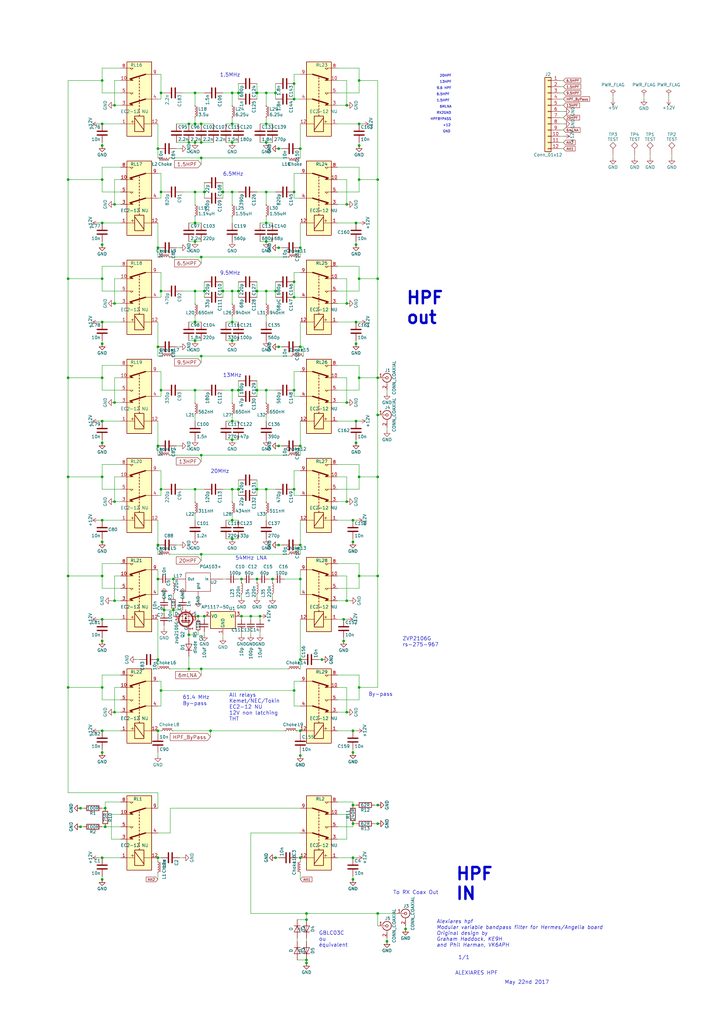
<source format=kicad_sch>
(kicad_sch (version 20230121) (generator eeschema)
  (paper "A3" portrait)
  (junction (at 64.77 270.51))
  (junction (at 46.99 43.18))
  (junction (at 147.32 236.22))
  (junction (at 123.19 182.88))
  (junction (at 97.79 160.02))
  (junction (at 144.78 213.36))
  (junction (at 91.44 119.38))
  (junction (at 95.25 50.8))
  (junction (at 109.22 50.8))
  (junction (at 71.12 250.19))
  (junction (at 105.41 38.1))
  (junction (at 95.25 139.7))
  (junction (at 27.94 73.66))
  (junction (at 154.94 330.2))
  (junction (at 114.3 142.24))
  (junction (at 146.05 181.61))
  (junction (at 120.65 283.21))
  (junction (at 41.91 59.69))
  (junction (at 158.75 386.08))
  (junction (at 147.32 154.94))
  (junction (at 66.04 78.74))
  (junction (at 95.25 132.08))
  (junction (at 66.04 119.38))
  (junction (at 41.91 154.94))
  (junction (at 144.78 330.2))
  (junction (at 114.3 101.6))
  (junction (at 142.24 205.74))
  (junction (at 80.01 119.38))
  (junction (at 41.91 308.61))
  (junction (at 105.41 200.66))
  (junction (at 154.94 170.18))
  (junction (at 154.94 154.94))
  (junction (at 41.91 351.79))
  (junction (at 27.94 281.94))
  (junction (at 46.99 246.38))
  (junction (at 146.05 172.72))
  (junction (at 80.01 58.42))
  (junction (at 82.55 186.69))
  (junction (at 142.24 83.82))
  (junction (at 125.73 393.7))
  (junction (at 82.55 64.77))
  (junction (at 95.25 119.38))
  (junction (at 123.19 299.72))
  (junction (at 105.41 119.38))
  (junction (at 95.25 213.36))
  (junction (at 97.79 38.1))
  (junction (at 41.91 100.33))
  (junction (at 64.77 351.79))
  (junction (at 41.91 213.36))
  (junction (at 95.25 200.66))
  (junction (at 109.22 99.06))
  (junction (at 95.25 172.72))
  (junction (at 81.28 252.73))
  (junction (at 147.32 195.58))
  (junction (at 147.32 59.69))
  (junction (at 142.24 292.1))
  (junction (at 113.03 119.38))
  (junction (at 95.25 58.42))
  (junction (at 146.05 91.44))
  (junction (at 46.99 165.1))
  (junction (at 83.82 252.73))
  (junction (at 147.32 114.3))
  (junction (at 109.22 119.38))
  (junction (at 147.32 33.02))
  (junction (at 41.91 299.72))
  (junction (at 144.78 351.79))
  (junction (at 46.99 83.82))
  (junction (at 144.78 299.72))
  (junction (at 43.18 331.47))
  (junction (at 105.41 160.02))
  (junction (at 125.73 377.19))
  (junction (at 125.73 374.65))
  (junction (at 86.36 299.72))
  (junction (at 43.18 339.09))
  (junction (at 109.22 160.02))
  (junction (at 120.65 34.29))
  (junction (at 66.04 38.1))
  (junction (at 142.24 124.46))
  (junction (at 64.77 237.49))
  (junction (at 77.47 58.42))
  (junction (at 41.91 222.25))
  (junction (at 41.91 132.08))
  (junction (at 64.77 101.6))
  (junction (at 82.55 146.05))
  (junction (at 41.91 140.97))
  (junction (at 80.01 91.44))
  (junction (at 146.05 100.33))
  (junction (at 109.22 58.42))
  (junction (at 82.55 105.41))
  (junction (at 154.94 374.65))
  (junction (at 41.91 236.22))
  (junction (at 77.47 274.32))
  (junction (at 99.06 252.73))
  (junction (at 114.3 223.52))
  (junction (at 80.01 38.1))
  (junction (at 83.82 78.74))
  (junction (at 82.55 227.33))
  (junction (at 147.32 73.66))
  (junction (at 111.76 237.49))
  (junction (at 80.01 200.66))
  (junction (at 80.01 139.7))
  (junction (at 27.94 114.3))
  (junction (at 33.02 331.47))
  (junction (at 66.04 200.66))
  (junction (at 144.78 222.25))
  (junction (at 64.77 60.96))
  (junction (at 154.94 73.66))
  (junction (at 132.08 270.51))
  (junction (at 64.77 142.24))
  (junction (at 27.94 154.94))
  (junction (at 41.91 281.94))
  (junction (at 144.78 337.82))
  (junction (at 123.19 309.88))
  (junction (at 41.91 114.3))
  (junction (at 102.87 252.73))
  (junction (at 80.01 99.06))
  (junction (at 27.94 236.22))
  (junction (at 27.94 195.58))
  (junction (at 109.22 78.74))
  (junction (at 95.25 38.1))
  (junction (at 123.19 142.24))
  (junction (at 166.37 381))
  (junction (at 41.91 360.68))
  (junction (at 41.91 73.66))
  (junction (at 144.78 360.68))
  (junction (at 146.05 140.97))
  (junction (at 46.99 205.74))
  (junction (at 106.68 252.73))
  (junction (at 120.65 160.02))
  (junction (at 82.55 274.32))
  (junction (at 114.3 60.96))
  (junction (at 113.03 351.79))
  (junction (at 41.91 33.02))
  (junction (at 140.97 262.89))
  (junction (at 71.12 237.49))
  (junction (at 91.44 78.74))
  (junction (at 77.47 50.8))
  (junction (at 123.19 223.52))
  (junction (at 97.79 119.38))
  (junction (at 120.65 40.64))
  (junction (at 80.01 160.02))
  (junction (at 33.02 339.09))
  (junction (at 95.25 220.98))
  (junction (at 64.77 223.52))
  (junction (at 142.24 165.1))
  (junction (at 64.77 299.72))
  (junction (at 66.04 283.21))
  (junction (at 113.03 38.1))
  (junction (at 123.19 237.49))
  (junction (at 77.47 260.35))
  (junction (at 123.19 270.51))
  (junction (at 46.99 292.1))
  (junction (at 64.77 182.88))
  (junction (at 95.25 78.74))
  (junction (at 41.91 50.8))
  (junction (at 144.78 308.61))
  (junction (at 142.24 246.38))
  (junction (at 99.06 237.49))
  (junction (at 123.19 60.96))
  (junction (at 83.82 119.38))
  (junction (at 123.19 351.79))
  (junction (at 67.31 250.19))
  (junction (at 154.94 236.22))
  (junction (at 82.55 50.8))
  (junction (at 80.01 50.8))
  (junction (at 66.04 160.02))
  (junction (at 105.41 237.49))
  (junction (at 154.94 114.3))
  (junction (at 123.19 101.6))
  (junction (at 97.79 200.66))
  (junction (at 95.25 180.34))
  (junction (at 120.65 78.74))
  (junction (at 82.55 58.42))
  (junction (at 146.05 132.08))
  (junction (at 41.91 262.89))
  (junction (at 114.3 182.88))
  (junction (at 109.22 38.1))
  (junction (at 109.22 91.44))
  (junction (at 41.91 181.61))
  (junction (at 154.94 195.58))
  (junction (at 120.65 115.57))
  (junction (at 95.25 160.02))
  (junction (at 147.32 50.8))
  (junction (at 154.94 337.82))
  (junction (at 41.91 254))
  (junction (at 109.22 200.66))
  (junction (at 41.91 172.72))
  (junction (at 125.73 394.97))
  (junction (at 142.24 43.18))
  (junction (at 41.91 91.44))
  (junction (at 46.99 124.46))
  (junction (at 140.97 254))
  (junction (at 147.32 281.94))
  (junction (at 80.01 132.08))
  (junction (at 80.01 78.74))
  (junction (at 120.65 121.92))
  (junction (at 120.65 200.66))
  (junction (at 41.91 195.58))
  (wire (pts (xy 49.53 195.58) (xy 46.99 195.58)))
  (wire (pts (xy 120.65 30.48) (xy 120.65 34.29)))
  (wire (pts (xy 81.28 252.73) (xy 83.82 252.73)))
  (wire (pts (xy 64.77 50.8) (xy 64.77 60.96)))
  (wire (pts (xy 69.85 186.69) (xy 82.55 186.69)))
  (wire (pts (xy 109.22 99.06) (xy 111.76 99.06)))
  (wire (pts (xy 120.65 283.21) (xy 66.04 283.21)))
  (wire (pts (xy 120.65 279.4) (xy 123.19 279.4)))
  (wire (pts (xy 147.32 236.22) (xy 147.32 241.3)))
  (wire (pts (xy 80.01 43.18) (xy 80.01 38.1)))
  (wire (pts (xy 64.77 351.79) (xy 66.04 351.79)))
  (wire (pts (xy 95.25 132.08) (xy 95.25 129.54)))
  (wire (pts (xy 41.91 119.38) (xy 49.53 119.38)))
  (wire (pts (xy 95.25 172.72) (xy 97.79 172.72)))
  (wire (pts (xy 115.57 142.24) (xy 114.3 142.24)))
  (wire (pts (xy 40.64 351.79) (xy 41.91 351.79)))
  (wire (pts (xy 138.43 149.86) (xy 147.32 149.86)))
  (wire (pts (xy 41.91 307.34) (xy 41.91 308.61)))
  (wire (pts (xy 123.19 182.88) (xy 123.19 186.69)))
  (wire (pts (xy 69.85 274.32) (xy 77.47 274.32)))
  (wire (pts (xy 66.04 203.2) (xy 64.77 203.2)))
  (wire (pts (xy 147.32 149.86) (xy 147.32 154.94)))
  (wire (pts (xy 64.77 146.05) (xy 66.04 146.05)))
  (wire (pts (xy 41.91 160.02) (xy 49.53 160.02)))
  (wire (pts (xy 97.79 115.57) (xy 97.79 119.38)))
  (wire (pts (xy 64.77 111.76) (xy 66.04 111.76)))
  (wire (pts (xy 116.84 237.49) (xy 123.19 237.49)))
  (wire (pts (xy 41.91 287.02) (xy 49.53 287.02)))
  (wire (pts (xy 72.39 101.6) (xy 73.66 101.6)))
  (wire (pts (xy 95.25 119.38) (xy 97.79 119.38)))
  (wire (pts (xy 120.65 115.57) (xy 120.65 121.92)))
  (wire (pts (xy 80.01 83.82) (xy 80.01 78.74)))
  (wire (pts (xy 142.24 165.1) (xy 138.43 165.1)))
  (wire (pts (xy 142.24 33.02) (xy 138.43 33.02)))
  (wire (pts (xy 115.57 223.52) (xy 114.3 223.52)))
  (wire (pts (xy 82.55 189.23) (xy 82.55 186.69)))
  (wire (pts (xy 99.06 243.84) (xy 99.06 245.11)))
  (wire (pts (xy 64.77 152.4) (xy 66.04 152.4)))
  (wire (pts (xy 121.92 377.19) (xy 125.73 377.19)))
  (wire (pts (xy 109.22 160.02) (xy 113.03 160.02)))
  (wire (pts (xy 106.68 91.44) (xy 109.22 91.44)))
  (wire (pts (xy 41.91 78.74) (xy 49.53 78.74)))
  (wire (pts (xy 73.66 351.79) (xy 74.93 351.79)))
  (wire (pts (xy 231.14 50.8) (xy 229.87 50.8)))
  (wire (pts (xy 97.79 237.49) (xy 99.06 237.49)))
  (wire (pts (xy 41.91 68.58) (xy 41.91 73.66)))
  (wire (pts (xy 146.05 99.06) (xy 146.05 100.33)))
  (wire (pts (xy 142.24 281.94) (xy 142.24 292.1)))
  (wire (pts (xy 106.68 99.06) (xy 109.22 99.06)))
  (wire (pts (xy 41.91 339.09) (xy 43.18 339.09)))
  (wire (pts (xy 147.32 33.02) (xy 147.32 38.1)))
  (wire (pts (xy 130.81 270.51) (xy 132.08 270.51)))
  (wire (pts (xy 80.01 58.42) (xy 82.55 58.42)))
  (wire (pts (xy 105.41 119.38) (xy 105.41 121.92)))
  (wire (pts (xy 41.91 276.86) (xy 41.91 281.94)))
  (wire (pts (xy 142.24 281.94) (xy 138.43 281.94)))
  (wire (pts (xy 123.19 101.6) (xy 123.19 105.41)))
  (wire (pts (xy 147.32 119.38) (xy 138.43 119.38)))
  (wire (pts (xy 264.16 39.37) (xy 264.16 40.64)))
  (wire (pts (xy 82.55 227.33) (xy 118.11 227.33)))
  (wire (pts (xy 67.31 160.02) (xy 66.04 160.02)))
  (wire (pts (xy 120.65 162.56) (xy 123.19 162.56)))
  (wire (pts (xy 147.32 114.3) (xy 147.32 119.38)))
  (wire (pts (xy 97.79 34.29) (xy 97.79 38.1)))
  (wire (pts (xy 146.05 172.72) (xy 147.32 172.72)))
  (wire (pts (xy 77.47 132.08) (xy 80.01 132.08)))
  (wire (pts (xy 41.91 299.72) (xy 49.53 299.72)))
  (wire (pts (xy 120.65 203.2) (xy 123.19 203.2)))
  (wire (pts (xy 146.05 132.08) (xy 147.32 132.08)))
  (wire (pts (xy 64.77 60.96) (xy 64.77 64.77)))
  (wire (pts (xy 80.01 91.44) (xy 82.55 91.44)))
  (wire (pts (xy 142.24 114.3) (xy 142.24 124.46)))
  (wire (pts (xy 66.04 193.04) (xy 66.04 200.66)))
  (wire (pts (xy 120.65 111.76) (xy 123.19 111.76)))
  (wire (pts (xy 147.32 58.42) (xy 147.32 59.69)))
  (wire (pts (xy 142.24 43.18) (xy 138.43 43.18)))
  (wire (pts (xy 86.36 302.26) (xy 86.36 299.72)))
  (wire (pts (xy 144.78 351.79) (xy 146.05 351.79)))
  (wire (pts (xy 71.12 299.72) (xy 86.36 299.72)))
  (wire (pts (xy 105.41 237.49) (xy 105.41 238.76)))
  (wire (pts (xy 231.14 58.42) (xy 229.87 58.42)))
  (wire (pts (xy 69.85 227.33) (xy 82.55 227.33)))
  (wire (pts (xy 158.75 160.02) (xy 158.75 161.29)))
  (wire (pts (xy 41.91 132.08) (xy 49.53 132.08)))
  (wire (pts (xy 64.77 353.06) (xy 64.77 351.79)))
  (wire (pts (xy 123.19 223.52) (xy 123.19 227.33)))
  (wire (pts (xy 105.41 156.21) (xy 105.41 160.02)))
  (wire (pts (xy 142.24 73.66) (xy 138.43 73.66)))
  (wire (pts (xy 120.65 193.04) (xy 123.19 193.04)))
  (wire (pts (xy 125.73 374.65) (xy 154.94 374.65)))
  (wire (pts (xy 91.44 119.38) (xy 95.25 119.38)))
  (wire (pts (xy 66.04 81.28) (xy 64.77 81.28)))
  (wire (pts (xy 41.91 73.66) (xy 27.94 73.66)))
  (wire (pts (xy 49.53 68.58) (xy 41.91 68.58)))
  (wire (pts (xy 77.47 269.24) (xy 77.47 274.32)))
  (wire (pts (xy 120.65 71.12) (xy 123.19 71.12)))
  (wire (pts (xy 95.25 213.36) (xy 95.25 210.82)))
  (wire (pts (xy 123.19 233.68) (xy 123.19 237.49)))
  (wire (pts (xy 147.32 50.8) (xy 148.59 50.8)))
  (wire (pts (xy 115.57 101.6) (xy 114.3 101.6)))
  (wire (pts (xy 123.19 60.96) (xy 123.19 64.77)))
  (wire (pts (xy 109.22 50.8) (xy 111.76 50.8)))
  (wire (pts (xy 95.25 91.44) (xy 95.25 88.9)))
  (wire (pts (xy 83.82 74.93) (xy 83.82 78.74)))
  (wire (pts (xy 92.71 220.98) (xy 95.25 220.98)))
  (wire (pts (xy 41.91 27.94) (xy 41.91 33.02)))
  (wire (pts (xy 41.91 351.79) (xy 49.53 351.79)))
  (wire (pts (xy 66.04 279.4) (xy 66.04 283.21)))
  (wire (pts (xy 147.32 73.66) (xy 147.32 78.74)))
  (wire (pts (xy 154.94 374.65) (xy 162.56 374.65)))
  (wire (pts (xy 95.25 58.42) (xy 97.79 58.42)))
  (wire (pts (xy 49.53 334.01) (xy 45.72 334.01)))
  (wire (pts (xy 91.44 38.1) (xy 95.25 38.1)))
  (wire (pts (xy 67.31 250.19) (xy 71.12 250.19)))
  (wire (pts (xy 142.24 195.58) (xy 138.43 195.58)))
  (wire (pts (xy 105.41 38.1) (xy 105.41 40.64)))
  (wire (pts (xy 41.91 195.58) (xy 41.91 200.66)))
  (wire (pts (xy 110.49 237.49) (xy 111.76 237.49)))
  (wire (pts (xy 138.43 246.38) (xy 142.24 246.38)))
  (wire (pts (xy 166.37 379.73) (xy 166.37 381)))
  (wire (pts (xy 102.87 374.65) (xy 125.73 374.65)))
  (wire (pts (xy 72.39 60.96) (xy 73.66 60.96)))
  (wire (pts (xy 41.91 172.72) (xy 49.53 172.72)))
  (wire (pts (xy 142.24 73.66) (xy 142.24 83.82)))
  (wire (pts (xy 113.03 34.29) (xy 113.03 38.1)))
  (wire (pts (xy 27.94 195.58) (xy 41.91 195.58)))
  (wire (pts (xy 41.91 33.02) (xy 41.91 38.1)))
  (wire (pts (xy 41.91 331.47) (xy 43.18 331.47)))
  (wire (pts (xy 74.93 160.02) (xy 80.01 160.02)))
  (wire (pts (xy 46.99 73.66) (xy 46.99 83.82)))
  (wire (pts (xy 106.68 58.42) (xy 109.22 58.42)))
  (wire (pts (xy 40.64 299.72) (xy 41.91 299.72)))
  (wire (pts (xy 115.57 182.88) (xy 114.3 182.88)))
  (wire (pts (xy 251.46 39.37) (xy 251.46 40.64)))
  (wire (pts (xy 106.68 252.73) (xy 106.68 254)))
  (wire (pts (xy 69.85 237.49) (xy 71.12 237.49)))
  (wire (pts (xy 147.32 190.5) (xy 147.32 195.58)))
  (wire (pts (xy 144.78 299.72) (xy 146.05 299.72)))
  (wire (pts (xy 77.47 50.8) (xy 80.01 50.8)))
  (wire (pts (xy 231.14 38.1) (xy 229.87 38.1)))
  (wire (pts (xy 82.55 105.41) (xy 118.11 105.41)))
  (wire (pts (xy 80.01 205.74) (xy 80.01 200.66)))
  (wire (pts (xy 138.43 27.94) (xy 147.32 27.94)))
  (wire (pts (xy 82.55 67.31) (xy 82.55 64.77)))
  (wire (pts (xy 105.41 160.02) (xy 105.41 162.56)))
  (wire (pts (xy 124.46 142.24) (xy 124.46 146.05)))
  (wire (pts (xy 95.25 78.74) (xy 97.79 78.74)))
  (wire (pts (xy 154.94 114.3) (xy 147.32 114.3)))
  (wire (pts (xy 142.24 114.3) (xy 138.43 114.3)))
  (wire (pts (xy 91.44 115.57) (xy 91.44 119.38)))
  (wire (pts (xy 147.32 154.94) (xy 147.32 160.02)))
  (wire (pts (xy 46.99 33.02) (xy 46.99 43.18)))
  (wire (pts (xy 138.43 334.01) (xy 142.24 334.01)))
  (wire (pts (xy 99.06 254) (xy 99.06 252.73)))
  (wire (pts (xy 27.94 281.94) (xy 27.94 325.12)))
  (wire (pts (xy 105.41 196.85) (xy 105.41 200.66)))
  (wire (pts (xy 274.32 39.37) (xy 274.32 40.64)))
  (wire (pts (xy 147.32 109.22) (xy 147.32 114.3)))
  (wire (pts (xy 27.94 114.3) (xy 27.94 154.94)))
  (wire (pts (xy 74.93 119.38) (xy 80.01 119.38)))
  (wire (pts (xy 77.47 274.32) (xy 82.55 274.32)))
  (wire (pts (xy 142.24 236.22) (xy 142.24 246.38)))
  (wire (pts (xy 64.77 270.51) (xy 64.77 274.32)))
  (wire (pts (xy 97.79 119.38) (xy 97.79 121.92)))
  (wire (pts (xy 80.01 119.38) (xy 83.82 119.38)))
  (wire (pts (xy 34.29 331.47) (xy 33.02 331.47)))
  (wire (pts (xy 147.32 200.66) (xy 138.43 200.66)))
  (wire (pts (xy 97.79 160.02) (xy 97.79 162.56)))
  (wire (pts (xy 74.93 38.1) (xy 80.01 38.1)))
  (wire (pts (xy 27.94 195.58) (xy 27.94 236.22)))
  (wire (pts (xy 158.75 175.26) (xy 158.75 176.53)))
  (wire (pts (xy 92.71 50.8) (xy 95.25 50.8)))
  (wire (pts (xy 71.12 250.19) (xy 74.93 250.19)))
  (wire (pts (xy 69.85 331.47) (xy 123.19 331.47)))
  (wire (pts (xy 91.44 237.49) (xy 92.71 237.49)))
  (wire (pts (xy 105.41 200.66) (xy 109.22 200.66)))
  (wire (pts (xy 66.04 121.92) (xy 64.77 121.92)))
  (wire (pts (xy 66.04 289.56) (xy 64.77 289.56)))
  (wire (pts (xy 64.77 71.12) (xy 66.04 71.12)))
  (wire (pts (xy 46.99 124.46) (xy 49.53 124.46)))
  (wire (pts (xy 41.91 200.66) (xy 49.53 200.66)))
  (wire (pts (xy 83.82 119.38) (xy 83.82 121.92)))
  (wire (pts (xy 138.43 276.86) (xy 147.32 276.86)))
  (wire (pts (xy 140.97 254) (xy 142.24 254)))
  (wire (pts (xy 41.91 73.66) (xy 41.91 78.74)))
  (wire (pts (xy 158.75 384.81) (xy 158.75 386.08)))
  (wire (pts (xy 111.76 237.49) (xy 111.76 238.76)))
  (wire (pts (xy 72.39 58.42) (xy 77.47 58.42)))
  (wire (pts (xy 80.01 99.06) (xy 82.55 99.06)))
  (wire (pts (xy 83.82 259.08) (xy 83.82 260.35)))
  (wire (pts (xy 123.19 351.79) (xy 121.92 351.79)))
  (wire (pts (xy 95.25 160.02) (xy 97.79 160.02)))
  (wire (pts (xy 46.99 114.3) (xy 46.99 124.46)))
  (wire (pts (xy 142.24 154.94) (xy 138.43 154.94)))
  (wire (pts (xy 106.68 259.08) (xy 106.68 260.35)))
  (wire (pts (xy 123.19 172.72) (xy 123.19 182.88)))
  (wire (pts (xy 41.91 180.34) (xy 41.91 181.61)))
  (wire (pts (xy 64.77 182.88) (xy 64.77 186.69)))
  (wire (pts (xy 123.19 254) (xy 123.19 270.51)))
  (wire (pts (xy 109.22 78.74) (xy 113.03 78.74)))
  (wire (pts (xy 123.19 353.06) (xy 123.19 351.79)))
  (wire (pts (xy 95.25 200.66) (xy 97.79 200.66)))
  (wire (pts (xy 72.39 182.88) (xy 73.66 182.88)))
  (wire (pts (xy 231.14 35.56) (xy 229.87 35.56)))
  (wire (pts (xy 147.32 281.94) (xy 147.32 287.02)))
  (wire (pts (xy 66.04 200.66) (xy 66.04 203.2)))
  (wire (pts (xy 91.44 160.02) (xy 95.25 160.02)))
  (wire (pts (xy 67.31 257.81) (xy 67.31 256.54)))
  (wire (pts (xy 109.22 124.46) (xy 109.22 119.38)))
  (wire (pts (xy 64.77 358.14) (xy 64.77 360.68)))
  (wire (pts (xy 81.28 260.35) (xy 77.47 260.35)))
  (wire (pts (xy 80.01 165.1) (xy 80.01 160.02)))
  (wire (pts (xy 66.04 40.64) (xy 64.77 40.64)))
  (wire (pts (xy 41.91 190.5) (xy 41.91 195.58)))
  (wire (pts (xy 120.65 81.28) (xy 123.19 81.28)))
  (wire (pts (xy 113.03 38.1) (xy 113.03 40.64)))
  (wire (pts (xy 105.41 34.29) (xy 105.41 38.1)))
  (wire (pts (xy 123.19 50.8) (xy 123.19 60.96)))
  (wire (pts (xy 140.97 261.62) (xy 140.97 262.89)))
  (wire (pts (xy 46.99 246.38) (xy 49.53 246.38)))
  (wire (pts (xy 138.43 68.58) (xy 147.32 68.58)))
  (wire (pts (xy 154.94 195.58) (xy 147.32 195.58)))
  (wire (pts (xy 46.99 43.18) (xy 49.53 43.18)))
  (wire (pts (xy 153.67 330.2) (xy 154.94 330.2)))
  (wire (pts (xy 154.94 170.18) (xy 154.94 195.58)))
  (wire (pts (xy 142.24 236.22) (xy 138.43 236.22)))
  (wire (pts (xy 69.85 105.41) (xy 82.55 105.41)))
  (wire (pts (xy 66.04 162.56) (xy 64.77 162.56)))
  (wire (pts (xy 64.77 132.08) (xy 64.77 142.24)))
  (wire (pts (xy 45.72 344.17) (xy 49.53 344.17)))
  (wire (pts (xy 146.05 180.34) (xy 146.05 181.61)))
  (wire (pts (xy 82.55 107.95) (xy 82.55 105.41)))
  (wire (pts (xy 27.94 236.22) (xy 41.91 236.22)))
  (wire (pts (xy 46.99 83.82) (xy 49.53 83.82)))
  (wire (pts (xy 67.31 119.38) (xy 66.04 119.38)))
  (wire (pts (xy 146.05 139.7) (xy 146.05 140.97)))
  (wire (pts (xy 64.77 193.04) (xy 66.04 193.04)))
  (wire (pts (xy 154.94 154.94) (xy 154.94 170.18)))
  (wire (pts (xy 45.72 334.01) (xy 45.72 344.17)))
  (wire (pts (xy 80.01 91.44) (xy 80.01 88.9)))
  (wire (pts (xy 95.25 124.46) (xy 95.25 119.38)))
  (wire (pts (xy 231.14 33.02) (xy 229.87 33.02)))
  (wire (pts (xy 91.44 200.66) (xy 95.25 200.66)))
  (wire (pts (xy 154.94 236.22) (xy 154.94 281.94)))
  (wire (pts (xy 95.25 205.74) (xy 95.25 200.66)))
  (wire (pts (xy 82.55 229.87) (xy 82.55 227.33)))
  (wire (pts (xy 43.18 339.09) (xy 49.53 339.09)))
  (wire (pts (xy 64.77 299.72) (xy 66.04 299.72)))
  (wire (pts (xy 82.55 186.69) (xy 118.11 186.69)))
  (wire (pts (xy 66.04 78.74) (xy 66.04 81.28)))
  (wire (pts (xy 77.47 58.42) (xy 80.01 58.42)))
  (wire (pts (xy 49.53 190.5) (xy 41.91 190.5)))
  (wire (pts (xy 49.53 328.93) (xy 43.18 328.93)))
  (wire (pts (xy 120.65 279.4) (xy 120.65 283.21)))
  (wire (pts (xy 27.94 325.12) (xy 64.77 325.12)))
  (wire (pts (xy 109.22 119.38) (xy 113.03 119.38)))
  (wire (pts (xy 109.22 91.44) (xy 109.22 88.9)))
  (wire (pts (xy 64.77 223.52) (xy 64.77 227.33)))
  (wire (pts (xy 105.41 200.66) (xy 105.41 203.2)))
  (wire (pts (xy 138.43 190.5) (xy 147.32 190.5)))
  (wire (pts (xy 120.65 34.29) (xy 120.65 40.64)))
  (wire (pts (xy 71.12 237.49) (xy 71.12 238.76)))
  (wire (pts (xy 95.25 180.34) (xy 97.79 180.34)))
  (wire (pts (xy 41.91 220.98) (xy 41.91 222.25)))
  (wire (pts (xy 41.91 241.3) (xy 49.53 241.3)))
  (wire (pts (xy 102.87 252.73) (xy 102.87 254)))
  (wire (pts (xy 82.55 58.42) (xy 87.63 58.42)))
  (wire (pts (xy 115.57 60.96) (xy 114.3 60.96)))
  (wire (pts (xy 41.91 213.36) (xy 49.53 213.36)))
  (wire (pts (xy 49.53 27.94) (xy 41.91 27.94)))
  (wire (pts (xy 231.14 53.34) (xy 229.87 53.34)))
  (wire (pts (xy 147.32 78.74) (xy 138.43 78.74)))
  (wire (pts (xy 64.77 308.61) (xy 64.77 309.88)))
  (wire (pts (xy 81.28 259.08) (xy 81.28 260.35)))
  (wire (pts (xy 120.65 111.76) (xy 120.65 115.57)))
  (wire (pts (xy 86.36 299.72) (xy 116.84 299.72)))
  (wire (pts (xy 83.82 78.74) (xy 83.82 81.28)))
  (wire (pts (xy 109.22 38.1) (xy 113.03 38.1)))
  (wire (pts (xy 125.73 393.7) (xy 125.73 394.97)))
  (wire (pts (xy 109.22 200.66) (xy 113.03 200.66)))
  (wire (pts (xy 147.32 231.14) (xy 147.32 236.22)))
  (wire (pts (xy 41.91 99.06) (xy 41.91 100.33)))
  (wire (pts (xy 120.65 30.48) (xy 123.19 30.48)))
  (wire (pts (xy 154.94 236.22) (xy 147.32 236.22)))
  (wire (pts (xy 49.53 276.86) (xy 41.91 276.86)))
  (wire (pts (xy 92.71 213.36) (xy 95.25 213.36)))
  (wire (pts (xy 46.99 205.74) (xy 49.53 205.74)))
  (wire (pts (xy 92.71 180.34) (xy 95.25 180.34)))
  (wire (pts (xy 81.28 254) (xy 81.28 252.73)))
  (wire (pts (xy 147.32 160.02) (xy 138.43 160.02)))
  (wire (pts (xy 144.78 307.34) (xy 144.78 308.61)))
  (wire (pts (xy 102.87 252.73) (xy 106.68 252.73)))
  (wire (pts (xy 153.67 337.82) (xy 154.94 337.82)))
  (wire (pts (xy 138.43 172.72) (xy 146.05 172.72)))
  (wire (pts (xy 138.43 351.79) (xy 144.78 351.79)))
  (wire (pts (xy 71.12 146.05) (xy 82.55 146.05)))
  (wire (pts (xy 125.73 384.81) (xy 125.73 386.08)))
  (wire (pts (xy 41.91 109.22) (xy 41.91 114.3)))
  (wire (pts (xy 80.01 132.08) (xy 82.55 132.08)))
  (wire (pts (xy 123.19 132.08) (xy 123.19 142.24)))
  (wire (pts (xy 104.14 237.49) (xy 105.41 237.49)))
  (wire (pts (xy 64.77 30.48) (xy 66.04 30.48)))
  (wire (pts (xy 123.19 358.14) (xy 123.19 360.68)))
  (wire (pts (xy 111.76 243.84) (xy 111.76 245.11)))
  (wire (pts (xy 95.25 172.72) (xy 95.25 170.18)))
  (wire (pts (xy 95.25 83.82) (xy 95.25 78.74)))
  (wire (pts (xy 41.91 281.94) (xy 41.91 287.02)))
  (wire (pts (xy 41.91 154.94) (xy 41.91 160.02)))
  (wire (pts (xy 109.22 91.44) (xy 111.76 91.44)))
  (wire (pts (xy 109.22 213.36) (xy 109.22 210.82)))
  (wire (pts (xy 71.12 250.19) (xy 71.12 252.73)))
  (wire (pts (xy 80.01 129.54) (xy 80.01 132.08)))
  (wire (pts (xy 77.47 99.06) (xy 80.01 99.06)))
  (wire (pts (xy 27.94 154.94) (xy 41.91 154.94)))
  (wire (pts (xy 41.91 58.42) (xy 41.91 59.69)))
  (wire (pts (xy 40.64 91.44) (xy 41.91 91.44)))
  (wire (pts (xy 64.77 325.12) (xy 64.77 331.47)))
  (wire (pts (xy 80.01 124.46) (xy 80.01 119.38)))
  (wire (pts (xy 109.22 50.8) (xy 109.22 48.26)))
  (wire (pts (xy 49.53 149.86) (xy 41.91 149.86)))
  (wire (pts (xy 154.94 379.73) (xy 154.94 374.65)))
  (wire (pts (xy 123.19 91.44) (xy 123.19 101.6)))
  (wire (pts (xy 109.22 58.42) (xy 111.76 58.42)))
  (wire (pts (xy 144.78 339.09) (xy 144.78 337.82)))
  (wire (pts (xy 46.99 236.22) (xy 46.99 246.38)))
  (wire (pts (xy 138.43 213.36) (xy 144.78 213.36)))
  (wire (pts (xy 275.59 63.5) (xy 275.59 64.77)))
  (wire (pts (xy 64.77 279.4) (xy 66.04 279.4)))
  (wire (pts (xy 27.94 33.02) (xy 27.94 73.66)))
  (wire (pts (xy 64.77 213.36) (xy 64.77 223.52)))
  (wire (pts (xy 64.77 142.24) (xy 64.77 146.05)))
  (wire (pts (xy 266.7 63.5) (xy 266.7 64.77)))
  (wire (pts (xy 142.24 292.1) (xy 138.43 292.1)))
  (wire (pts (xy 105.41 78.74) (xy 109.22 78.74)))
  (wire (pts (xy 80.01 160.02) (xy 83.82 160.02)))
  (wire (pts (xy 120.65 152.4) (xy 120.65 160.02)))
  (wire (pts (xy 123.19 237.49) (xy 123.19 243.84)))
  (wire (pts (xy 97.79 200.66) (xy 97.79 203.2)))
  (wire (pts (xy 154.94 73.66) (xy 154.94 114.3)))
  (wire (pts (xy 95.25 132.08) (xy 97.79 132.08)))
  (wire (pts (xy 91.44 78.74) (xy 95.25 78.74)))
  (wire (pts (xy 41.91 33.02) (xy 27.94 33.02)))
  (wire (pts (xy 123.19 341.63) (xy 102.87 341.63)))
  (wire (pts (xy 142.24 205.74) (xy 138.43 205.74)))
  (wire (pts (xy 83.82 115.57) (xy 83.82 119.38)))
  (wire (pts (xy 120.65 193.04) (xy 120.65 200.66)))
  (wire (pts (xy 27.94 114.3) (xy 41.91 114.3)))
  (wire (pts (xy 80.01 172.72) (xy 80.01 170.18)))
  (wire (pts (xy 49.53 281.94) (xy 46.99 281.94)))
  (wire (pts (xy 74.93 243.84) (xy 74.93 245.11)))
  (wire (pts (xy 109.22 172.72) (xy 109.22 170.18)))
  (wire (pts (xy 80.01 200.66) (xy 83.82 200.66)))
  (wire (pts (xy 80.01 78.74) (xy 83.82 78.74)))
  (wire (pts (xy 138.43 328.93) (xy 144.78 328.93)))
  (wire (pts (xy 49.53 73.66) (xy 46.99 73.66)))
  (wire (pts (xy 95.25 220.98) (xy 97.79 220.98)))
  (wire (pts (xy 74.93 200.66) (xy 80.01 200.66)))
  (wire (pts (xy 105.41 38.1) (xy 109.22 38.1)))
  (wire (pts (xy 99.06 237.49) (xy 99.06 238.76)))
  (wire (pts (xy 123.19 308.61) (xy 123.19 309.88)))
  (wire (pts (xy 49.53 231.14) (xy 41.91 231.14)))
  (wire (pts (xy 40.64 254) (xy 41.91 254)))
  (wire (pts (xy 67.31 200.66) (xy 66.04 200.66)))
  (wire (pts (xy 146.05 337.82) (xy 144.78 337.82)))
  (wire (pts (xy 231.14 40.64) (xy 229.87 40.64)))
  (wire (pts (xy 102.87 259.08) (xy 102.87 260.35)))
  (wire (pts (xy 138.43 231.14) (xy 147.32 231.14)))
  (wire (pts (xy 144.78 213.36) (xy 146.05 213.36)))
  (wire (pts (xy 138.43 91.44) (xy 146.05 91.44)))
  (wire (pts (xy 138.43 132.08) (xy 146.05 132.08)))
  (wire (pts (xy 113.03 119.38) (xy 113.03 121.92)))
  (wire (pts (xy 41.91 149.86) (xy 41.91 154.94)))
  (wire (pts (xy 121.92 299.72) (xy 123.19 299.72)))
  (wire (pts (xy 67.31 38.1) (xy 66.04 38.1)))
  (wire (pts (xy 147.32 68.58) (xy 147.32 73.66)))
  (wire (pts (xy 154.94 195.58) (xy 154.94 236.22)))
  (wire (pts (xy 46.99 154.94) (xy 46.99 165.1)))
  (wire (pts (xy 123.19 213.36) (xy 123.19 223.52)))
  (wire (pts (xy 66.04 38.1) (xy 66.04 40.64)))
  (wire (pts (xy 40.64 213.36) (xy 41.91 213.36)))
  (wire (pts (xy 46.99 281.94) (xy 46.99 292.1)))
  (wire (pts (xy 147.32 276.86) (xy 147.32 281.94)))
  (wire (pts (xy 120.65 71.12) (xy 120.65 78.74)))
  (wire (pts (xy 144.78 328.93) (xy 144.78 330.2)))
  (wire (pts (xy 121.92 393.7) (xy 125.73 393.7)))
  (wire (pts (xy 40.64 50.8) (xy 41.91 50.8)))
  (wire (pts (xy 41.91 38.1) (xy 49.53 38.1)))
  (wire (pts (xy 120.65 160.02) (xy 120.65 162.56)))
  (wire (pts (xy 83.82 252.73) (xy 83.82 254)))
  (wire (pts (xy 154.94 33.02) (xy 154.94 73.66)))
  (wire (pts (xy 231.14 43.18) (xy 229.87 43.18)))
  (wire (pts (xy 120.65 289.56) (xy 123.19 289.56)))
  (wire (pts (xy 92.71 132.08) (xy 95.25 132.08)))
  (wire (pts (xy 109.22 129.54) (xy 109.22 132.08)))
  (wire (pts (xy 82.55 64.77) (xy 118.11 64.77)))
  (wire (pts (xy 142.24 334.01) (xy 142.24 344.17)))
  (wire (pts (xy 41.91 139.7) (xy 41.91 140.97)))
  (wire (pts (xy 231.14 48.26) (xy 229.87 48.26)))
  (wire (pts (xy 41.91 91.44) (xy 49.53 91.44)))
  (wire (pts (xy 154.94 114.3) (xy 154.94 154.94)))
  (wire (pts (xy 97.79 38.1) (xy 97.79 40.64)))
  (wire (pts (xy 123.19 142.24) (xy 124.46 142.24)))
  (wire (pts (xy 138.43 339.09) (xy 144.78 339.09)))
  (wire (pts (xy 41.91 114.3) (xy 41.91 119.38)))
  (wire (pts (xy 105.41 243.84) (xy 105.41 245.11)))
  (wire (pts (xy 74.93 78.74) (xy 80.01 78.74)))
  (wire (pts (xy 95.25 43.18) (xy 95.25 38.1)))
  (wire (pts (xy 142.24 195.58) (xy 142.24 205.74)))
  (wire (pts (xy 27.94 73.66) (xy 27.94 114.3)))
  (wire (pts (xy 102.87 341.63) (xy 102.87 374.65)))
  (wire (pts (xy 91.44 119.38) (xy 91.44 121.92)))
  (wire (pts (xy 66.04 152.4) (xy 66.04 160.02)))
  (wire (pts (xy 92.71 139.7) (xy 95.25 139.7)))
  (wire (pts (xy 114.3 351.79) (xy 113.03 351.79)))
  (wire (pts (xy 113.03 115.57) (xy 113.03 119.38)))
  (wire (pts (xy 105.41 115.57) (xy 105.41 119.38)))
  (wire (pts (xy 66.04 160.02) (xy 66.04 162.56)))
  (wire (pts (xy 64.77 237.49) (xy 64.77 243.84)))
  (wire (pts (xy 27.94 236.22) (xy 27.94 281.94)))
  (wire (pts (xy 92.71 58.42) (xy 95.25 58.42)))
  (wire (pts (xy 43.18 328.93) (xy 43.18 331.47)))
  (wire (pts (xy 147.32 33.02) (xy 154.94 33.02)))
  (wire (pts (xy 77.47 139.7) (xy 80.01 139.7)))
  (wire (pts (xy 81.28 245.11) (xy 81.28 246.38)))
  (wire (pts (xy 64.77 91.44) (xy 64.77 101.6)))
  (wire (pts (xy 120.65 152.4) (xy 123.19 152.4)))
  (wire (pts (xy 142.24 246.38) (xy 143.51 246.38)))
  (wire (pts (xy 64.77 233.68) (xy 64.77 237.49)))
  (wire (pts (xy 77.47 260.35) (xy 77.47 261.62)))
  (wire (pts (xy 49.53 114.3) (xy 46.99 114.3)))
  (wire (pts (xy 41.91 359.41) (xy 41.91 360.68)))
  (wire (pts (xy 67.31 243.84) (xy 67.31 245.11)))
  (wire (pts (xy 144.78 359.41) (xy 144.78 360.68)))
  (wire (pts (xy 80.01 213.36) (xy 80.01 210.82)))
  (wire (pts (xy 144.78 220.98) (xy 144.78 222.25)))
  (wire (pts (xy 92.71 172.72) (xy 95.25 172.72)))
  (wire (pts (xy 142.24 154.94) (xy 142.24 165.1)))
  (wire (pts (xy 154.94 281.94) (xy 147.32 281.94)))
  (wire (pts (xy 91.44 78.74) (xy 91.44 81.28)))
  (wire (pts (xy 142.24 344.17) (xy 138.43 344.17)))
  (wire (pts (xy 147.32 38.1) (xy 138.43 38.1)))
  (wire (pts (xy 138.43 254) (xy 140.97 254)))
  (wire (pts (xy 82.55 274.32) (xy 118.11 274.32)))
  (wire (pts (xy 147.32 287.02) (xy 138.43 287.02)))
  (wire (pts (xy 147.32 195.58) (xy 147.32 200.66)))
  (wire (pts (xy 99.06 252.73) (xy 102.87 252.73)))
  (wire (pts (xy 46.99 195.58) (xy 46.99 205.74)))
  (wire (pts (xy 105.41 119.38) (xy 109.22 119.38)))
  (wire (pts (xy 142.24 124.46) (xy 138.43 124.46)))
  (wire (pts (xy 260.35 63.5) (xy 260.35 64.77)))
  (wire (pts (xy 64.77 299.72) (xy 64.77 300.99)))
  (wire (pts (xy 49.53 33.02) (xy 46.99 33.02)))
  (wire (pts (xy 41.91 236.22) (xy 41.91 241.3)))
  (wire (pts (xy 72.39 223.52) (xy 73.66 223.52)))
  (wire (pts (xy 41.91 50.8) (xy 49.53 50.8)))
  (wire (pts (xy 82.55 146.05) (xy 119.38 146.05)))
  (wire (pts (xy 27.94 281.94) (xy 41.91 281.94)))
  (wire (pts (xy 120.65 283.21) (xy 120.65 289.56)))
  (wire (pts (xy 46.99 292.1) (xy 49.53 292.1)))
  (wire (pts (xy 147.32 241.3) (xy 138.43 241.3)))
  (wire (pts (xy 147.32 73.66) (xy 154.94 73.66)))
  (wire (pts (xy 125.73 377.19) (xy 125.73 374.65)))
  (wire (pts (xy 66.04 283.21) (xy 66.04 289.56)))
  (wire (pts (xy 46.99 165.1) (xy 49.53 165.1)))
  (wire (pts (xy 99.06 259.08) (xy 99.06 260.35)))
  (wire (pts (xy 66.04 111.76) (xy 66.04 119.38)))
  (wire (pts (xy 77.47 91.44) (xy 80.01 91.44)))
  (wire (pts (xy 27.94 154.94) (xy 27.94 195.58)))
  (wire (pts (xy 66.04 71.12) (xy 66.04 78.74)))
  (wire (pts (xy 95.25 38.1) (xy 97.79 38.1)))
  (wire (pts (xy 120.65 121.92) (xy 123.19 121.92)))
  (wire (pts (xy 82.55 148.59) (xy 82.55 146.05)))
  (wire (pts (xy 49.53 154.94) (xy 46.99 154.94)))
  (wire (pts (xy 64.77 101.6) (xy 64.77 105.41)))
  (wire (pts (xy 82.55 50.8) (xy 87.63 50.8)))
  (wire (pts (xy 146.05 330.2) (xy 144.78 330.2)))
  (wire (pts (xy 123.19 270.51) (xy 123.19 274.32)))
  (wire (pts (xy 95.25 50.8) (xy 97.79 50.8)))
  (wire (pts (xy 138.43 109.22) (xy 147.32 109.22)))
  (wire (pts (xy 57.15 270.51) (xy 55.88 270.51)))
  (wire (pts (xy 41.91 231.14) (xy 41.91 236.22)))
  (wire (pts (xy 120.65 78.74) (xy 120.65 81.28)))
  (wire (pts (xy 120.65 200.66) (xy 120.65 203.2)))
  (wire (pts (xy 40.64 172.72) (xy 41.91 172.72)))
  (wire (pts (xy 97.79 156.21) (xy 97.79 160.02)))
  (wire (pts (xy 64.77 341.63) (xy 69.85 341.63)))
  (wire (pts (xy 120.65 40.64) (xy 123.19 40.64)))
  (wire (pts (xy 45.72 246.38) (xy 46.99 246.38)))
  (wire (pts (xy 66.04 119.38) (xy 66.04 121.92)))
  (wire (pts (xy 231.14 55.88) (xy 229.87 55.88)))
  (wire (pts (xy 67.31 78.74) (xy 66.04 78.74)))
  (wire (pts (xy 80.01 139.7) (xy 82.55 139.7)))
  (wire (pts (xy 146.05 91.44) (xy 147.32 91.44)))
  (wire (pts (xy 109.22 205.74) (xy 109.22 200.66)))
  (wire (pts (xy 67.31 251.46) (xy 67.31 250.19)))
  (wire (pts (xy 95.25 165.1) (xy 95.25 160.02)))
  (wire (pts (xy 109.22 43.18) (xy 109.22 38.1)))
  (wire (pts (xy 80.01 38.1) (xy 83.82 38.1)))
  (wire (pts (xy 105.41 160.02) (xy 109.22 160.02)))
  (wire (pts (xy 95.25 139.7) (xy 97.79 139.7)))
  (wire (pts (xy 138.43 299.72) (xy 144.78 299.72)))
  (wire (pts (xy 95.25 50.8) (xy 95.25 48.26)))
  (wire (pts (xy 147.32 27.94) (xy 147.32 33.02)))
  (wire (pts (xy 69.85 341.63) (xy 69.85 331.47)))
  (wire (pts (xy 71.12 245.11) (xy 71.12 243.84)))
  (wire (pts (xy 66.04 30.48) (xy 66.04 38.1)))
  (wire (pts (xy 138.43 50.8) (xy 147.32 50.8)))
  (wire (pts (xy 109.22 83.82) (xy 109.22 78.74)))
  (wire (pts (xy 154.94 154.94) (xy 147.32 154.94)))
  (wire (pts (xy 41.91 254) (xy 49.53 254)))
  (wire (pts (xy 49.53 236.22) (xy 46.99 236.22)))
  (wire (pts (xy 142.24 33.02) (xy 142.24 43.18)))
  (wire (pts (xy 251.46 63.5) (xy 251.46 64.77)))
  (wire (pts (xy 40.64 132.08) (xy 41.91 132.08)))
  (wire (pts (xy 231.14 45.72) (xy 229.87 45.72)))
  (wire (pts (xy 80.01 50.8) (xy 80.01 48.26)))
  (wire (pts (xy 69.85 64.77) (xy 82.55 64.77)))
  (wire (pts (xy 106.68 50.8) (xy 109.22 50.8)))
  (wire (pts (xy 231.14 60.96) (xy 229.87 60.96)))
  (wire (pts (xy 97.79 196.85) (xy 97.79 200.66)))
  (wire (pts (xy 72.39 142.24) (xy 73.66 142.24)))
  (wire (pts (xy 91.44 74.93) (xy 91.44 78.74)))
  (wire (pts (xy 64.77 172.72) (xy 64.77 182.88)))
  (wire (pts (xy 142.24 83.82) (xy 138.43 83.82)))
  (wire (pts (xy 109.22 165.1) (xy 109.22 160.02)))
  (wire (pts (xy 41.91 261.62) (xy 41.91 262.89)))
  (wire (pts (xy 82.55 276.86) (xy 82.55 274.32)))
  (wire (pts (xy 123.19 299.72) (xy 123.19 300.99)))
  (wire (pts (xy 72.39 50.8) (xy 77.47 50.8)))
  (wire (pts (xy 34.29 339.09) (xy 33.02 339.09)))
  (wire (pts (xy 121.92 384.81) (xy 121.92 386.08)))
  (wire (pts (xy 95.25 213.36) (xy 97.79 213.36)))
  (wire (pts (xy 49.53 109.22) (xy 41.91 109.22)))
  (wire (pts (xy 64.77 254) (xy 64.77 270.51)))
  (wire (pts (xy 80.01 50.8) (xy 82.55 50.8)))
  (wire (pts (xy 91.44 260.35) (xy 91.44 261.62)))
  (text "ALEXIARES HPF" (at 186.69 400.05 0) (effects (font (size 1.524 1.524)) (justify left bottom)))
  (text "HPF \nIN" (at 186.69 369.57 0) (effects (font (size 5.0038 5.0038) (thickness 1.0008) bold) (justify left bottom)))
  (text "6MLNA" (at 180.34 44.45 0) (effects (font (size 0.9906 0.9906)) (justify left bottom)))
  (text "By-pass\n" (at 151.13 285.75 0) (effects (font (size 1.524 1.524)) (justify left bottom)))
  (text "GND\n" (at 181.61 54.61 0) (effects (font (size 0.9906 0.9906)) (justify left bottom)))
  (text "9.6 HPF\n" (at 179.07 36.83 0) (effects (font (size 0.9906 0.9906)) (justify left bottom)))
  (text "13MHz\n" (at 91.44 154.94 0) (effects (font (size 1.524 1.524)) (justify left bottom)))
  (text "HPFBYPASS\n" (at 176.53 49.53 0) (effects (font (size 0.9906 0.9906)) (justify left bottom)))
  (text "RX2GND\n" (at 179.07 46.99 0) (effects (font (size 0.9906 0.9906)) (justify left bottom)))
  (text "1.5HPF\n" (at 179.07 41.91 0) (effects (font (size 0.9906 0.9906)) (justify left bottom)))
  (text "May 22nd 2017" (at 207.01 403.86 0) (effects (font (size 1.524 1.524)) (justify left bottom)))
  (text "ZVP2106G\nrs-275-967" (at 165.1 265.43 0) (effects (font (size 1.524 1.524)) (justify left bottom)))
  (text "GBLC03C\nou \néquivalent" (at 130.81 388.62 0) (effects (font (size 1.524 1.524)) (justify left bottom)))
  (text "13HPF\n" (at 180.34 34.29 0) (effects (font (size 0.9906 0.9906)) (justify left bottom)))
  (text "9.5MHz" (at 90.17 113.03 0) (effects (font (size 1.524 1.524)) (justify left bottom)))
  (text "54MHz LNA" (at 96.52 229.87 0) (effects (font (size 1.524 1.524)) (justify left bottom)))
  (text "Alexiares hpf\nModular variable bandpass filter for Hermes/Angelia board\nOriginal design by \nGraham Haddock, KE9H\nand Phil Harman, VK6APH\n" (at 179.07 388.62 0) (effects (font (size 1.4986 1.4986) italic) (justify left bottom)))
  (text "61.4 MHz" (at 74.93 287.02 0) (effects (font (size 1.524 1.524)) (justify left bottom)))
  (text "To RX Coax Out\n" (at 161.29 367.03 0) (effects (font (size 1.524 1.524)) (justify left bottom)))
  (text "6.5MHz\n" (at 91.44 72.39 0) (effects (font (size 1.524 1.524)) (justify left bottom)))
  (text "1/1" (at 187.96 393.7 0) (effects (font (size 1.524 1.524)) (justify left bottom)))
  (text "+12\n" (at 181.61 52.07 0) (effects (font (size 0.9906 0.9906)) (justify left bottom)))
  (text "All relays \nKemet/NEC/Tokin\nEC2-12 NU\n12V non latching\nTHT" (at 93.98 295.91 0) (effects (font (size 1.524 1.524)) (justify left bottom)))
  (text "1.5MHz\n" (at 90.17 31.75 0) (effects (font (size 1.524 1.524)) (justify left bottom)))
  (text "20MHz" (at 86.36 194.31 0) (effects (font (size 1.524 1.524)) (justify left bottom)))
  (text "By-pass\n" (at 74.93 289.56 0) (effects (font (size 1.524 1.524)) (justify left bottom)))
  (text "20HPF\n" (at 180.34 31.75 0) (effects (font (size 0.9906 0.9906)) (justify left bottom)))
  (text "HPF\nout\n" (at 166.37 133.35 0) (effects (font (size 5.0038 5.0038) (thickness 1.0008) bold) (justify left bottom)))
  (text "6.5HPF\n" (at 179.07 39.37 0) (effects (font (size 0.9906 0.9906)) (justify left bottom)))
  (global_label "HPF_ByPass" (shape input) (at 231.14 40.64 0) (effects (font (size 0.9906 0.9906))) (property "Intersheetrefs" "${INTERSHEET_REFS}" (effects hide)))
  (global_label "1.5HPF" (shape input) (at 231.14 35.56 0) (effects (font (size 0.9906 0.9906))) (property "Intersheetrefs" "${INTERSHEET_REFS}" (effects hide)))
  (global_label "1.5HPF" (shape input) (at 82.55 67.31 180) (effects (font (size 1.524 1.524))) (property "Intersheetrefs" "${INTERSHEET_REFS}" (effects hide)))
  (global_label "20HPF" (shape input) (at 82.55 229.87 180) (effects (font (size 1.524 1.524))) (property "Intersheetrefs" "${INTERSHEET_REFS}" (effects hide)))
  (global_label "Att1" (shape input) (at 123.19 360.68 0) (effects (font (size 0.9906 0.9906))) (property "Intersheetrefs" "${INTERSHEET_REFS}" (effects hide)))
  (global_label "6.5HPF" (shape input) (at 82.55 107.95 180) (effects (font (size 1.524 1.524))) (property "Intersheetrefs" "${INTERSHEET_REFS}" (effects hide)))
  (global_label "Att1" (shape input) (at 231.14 60.96 0) (effects (font (size 0.9906 0.9906))) (property "Intersheetrefs" "${INTERSHEET_REFS}" (effects hide)))
  (global_label "6mLNA" (shape input) (at 231.14 53.34 0) (effects (font (size 0.9906 0.9906))) (property "Intersheetrefs" "${INTERSHEET_REFS}" (effects hide)))
  (global_label "Att2" (shape input) (at 64.77 360.68 180) (effects (font (size 0.9906 0.9906))) (property "Intersheetrefs" "${INTERSHEET_REFS}" (effects hide)))
  (global_label "9.5HPF" (shape input) (at 231.14 38.1 0) (effects (font (size 0.9906 0.9906))) (property "Intersheetrefs" "${INTERSHEET_REFS}" (effects hide)))
  (global_label "6.5HPF" (shape input) (at 231.14 33.02 0) (effects (font (size 0.9906 0.9906))) (property "Intersheetrefs" "${INTERSHEET_REFS}" (effects hide)))
  (global_label "9.5HPF" (shape input) (at 82.55 148.59 180) (effects (font (size 1.524 1.524))) (property "Intersheetrefs" "${INTERSHEET_REFS}" (effects hide)))
  (global_label "Att2" (shape input) (at 231.14 58.42 0) (effects (font (size 0.9906 0.9906))) (property "Intersheetrefs" "${INTERSHEET_REFS}" (effects hide)))
  (global_label "13HPF" (shape input) (at 231.14 43.18 0) (effects (font (size 0.9906 0.9906))) (property "Intersheetrefs" "${INTERSHEET_REFS}" (effects hide)))
  (global_label "HPF_ByPass" (shape input) (at 86.36 302.26 180) (effects (font (size 1.524 1.524))) (property "Intersheetrefs" "${INTERSHEET_REFS}" (effects hide)))
  (global_label "20HPF" (shape input) (at 231.14 48.26 0) (effects (font (size 0.9906 0.9906))) (property "Intersheetrefs" "${INTERSHEET_REFS}" (effects hide)))
  (global_label "6mLNA" (shape input) (at 82.55 276.86 180) (effects (font (size 1.524 1.524))) (property "Intersheetrefs" "${INTERSHEET_REFS}" (effects hide)))
  (global_label "13HPF" (shape input) (at 82.55 189.23 180) (effects (font (size 1.524 1.524))) (property "Intersheetrefs" "${INTERSHEET_REFS}" (effects hide)))
  (symbol (lib_id "HPF-rescue:C") (at 71.12 38.1 270) (unit 1)
    (property "Reference" "C183" (at 73.66 38.735 0) (effects (justify left)))
    (property "Value" "2.2n" (at 68.58 38.735 0) (effects (justify left)))
    (property "Footprint" "Capacitors_SMD:C_1206_HandSoldering" (effects hide))
  )
  (symbol (lib_id "HPF-rescue:C") (at 72.39 54.61 0) (unit 1)
    (property "Reference" "C95" (at 73.025 52.07 0) (effects (justify left)))
    (property "Value" "2.2n" (at 73.025 57.15 0) (effects (justify left)))
    (property "Footprint" "Capacitors_SMD:C_1206_HandSoldering" (effects hide))
  )
  (symbol (lib_id "HPF-rescue:C") (at 77.47 54.61 0) (unit 1)
    (property "Reference" "C96" (at 78.105 52.07 0) (effects (justify left)))
    (property "Value" "2.2n" (at 78.105 57.15 0) (effects (justify left)))
    (property "Footprint" "Capacitors_SMD:C_1206_HandSoldering" (effects hide))
  )
  (symbol (lib_id "HPF-rescue:C") (at 82.55 54.61 0) (unit 1)
    (property "Reference" "C102" (at 83.185 52.07 0) (effects (justify left)))
    (property "Value" "2.2n" (at 83.185 57.15 0) (effects (justify left)))
    (property "Footprint" "Capacitors_SMD:C_1206_HandSoldering" (effects hide))
  )
  (symbol (lib_id "HPF-rescue:C") (at 87.63 54.61 0) (unit 1)
    (property "Reference" "C107" (at 88.265 52.07 0) (effects (justify left)))
    (property "Value" "2.2n" (at 88.265 57.15 0) (effects (justify left)))
    (property "Footprint" "Capacitors_SMD:C_1206_HandSoldering" (effects hide))
  )
  (symbol (lib_id "HPF-rescue:L_Core_Ferrite_Small") (at 80.01 45.72 0) (unit 1)
    (property "Reference" "L18" (at 81.28 44.704 0) (effects (justify left)))
    (property "Value" "3.5u" (at 81.28 46.99 0) (effects (justify left)))
    (property "Footprint" "T50:T50_V_THT" (effects hide))
  )
  (symbol (lib_id "HPF-rescue:C") (at 87.63 38.1 270) (unit 1)
    (property "Reference" "C106" (at 90.17 38.735 0) (effects (justify left)))
    (property "Value" "1.5n" (at 85.09 38.735 0) (effects (justify left)))
    (property "Footprint" "Capacitors_SMD:C_1206_HandSoldering" (effects hide))
  )
  (symbol (lib_id "HPF-rescue:C") (at 92.71 54.61 0) (unit 1)
    (property "Reference" "C115" (at 93.345 52.07 0) (effects (justify left)))
    (property "Value" "1.5n" (at 93.345 57.15 0) (effects (justify left)))
    (property "Footprint" "Capacitors_SMD:C_1206_HandSoldering" (effects hide))
  )
  (symbol (lib_id "HPF-rescue:C") (at 97.79 54.61 0) (unit 1)
    (property "Reference" "C120" (at 98.425 52.07 0) (effects (justify left)))
    (property "Value" "180p" (at 98.425 57.15 0) (effects (justify left)))
    (property "Footprint" "Capacitors_SMD:C_1206_HandSoldering" (effects hide))
  )
  (symbol (lib_id "HPF-rescue:L_Core_Ferrite_Small") (at 95.25 45.72 0) (unit 1)
    (property "Reference" "L24" (at 96.52 44.704 0) (effects (justify left)))
    (property "Value" "6.25u" (at 96.52 46.99 0) (effects (justify left)))
    (property "Footprint" "T50:T50_V_THT" (effects hide))
  )
  (symbol (lib_id "HPF-rescue:C") (at 101.6 40.64 270) (unit 1)
    (property "Reference" "C125" (at 104.14 41.275 0) (effects (justify left)))
    (property "Value" "1n" (at 99.06 41.275 0) (effects (justify left)))
    (property "Footprint" "Capacitors_SMD:C_1206_HandSoldering" (effects hide))
  )
  (symbol (lib_id "HPF-rescue:C") (at 101.6 34.29 270) (unit 1)
    (property "Reference" "C124" (at 104.14 34.925 0) (effects (justify left)))
    (property "Value" "680p" (at 99.06 34.925 0) (effects (justify left)))
    (property "Footprint" "Capacitors_SMD:C_1206_HandSoldering" (effects hide))
  )
  (symbol (lib_id "HPF-rescue:C") (at 106.68 54.61 0) (unit 1)
    (property "Reference" "C133" (at 107.315 52.07 0) (effects (justify left)))
    (property "Value" "1.8n" (at 107.315 57.15 0) (effects (justify left)))
    (property "Footprint" "Capacitors_SMD:C_1206_HandSoldering" (effects hide))
  )
  (symbol (lib_id "HPF-rescue:C") (at 111.76 54.61 0) (unit 1)
    (property "Reference" "C139" (at 112.395 52.07 0) (effects (justify left)))
    (property "Value" "270p" (at 112.395 57.15 0) (effects (justify left)))
    (property "Footprint" "Capacitors_SMD:C_1206_HandSoldering" (effects hide))
  )
  (symbol (lib_id "HPF-rescue:L_Core_Ferrite_Small") (at 109.22 45.72 0) (unit 1)
    (property "Reference" "L29" (at 110.49 44.704 0) (effects (justify left)))
    (property "Value" "6.25u" (at 110.49 46.99 0) (effects (justify left)))
    (property "Footprint" "T50:T50_V_THT" (effects hide))
  )
  (symbol (lib_id "HPF-rescue:C") (at 116.84 40.64 270) (unit 1)
    (property "Reference" "C144" (at 119.38 41.275 0) (effects (justify left)))
    (property "Value" "1.8n" (at 114.3 41.275 0) (effects (justify left)))
    (property "Footprint" "Capacitors_SMD:C_1206_HandSoldering" (effects hide))
  )
  (symbol (lib_id "HPF-rescue:C") (at 116.84 34.29 270) (unit 1)
    (property "Reference" "C143" (at 119.38 34.925 0) (effects (justify left)))
    (property "Value" "1.8n" (at 114.3 34.925 0) (effects (justify left)))
    (property "Footprint" "Capacitors_SMD:C_1206_HandSoldering" (effects hide))
  )
  (symbol (lib_id "HPF-rescue:GND") (at 264.16 40.64 0) (unit 1)
    (property "Reference" "#PWR084" (effects hide))
    (property "Value" "GND" (at 264.16 44.45 0))
  )
  (symbol (lib_id "HPF-rescue:PWR_FLAG") (at 264.16 39.37 0) (unit 1)
    (property "Reference" "#FLG083" (effects hide))
    (property "Value" "PWR_FLAG" (at 264.16 34.798 0))
  )
  (symbol (lib_id "HPF-rescue:PWR_FLAG") (at 274.32 39.37 0) (unit 1)
    (property "Reference" "#FLG082" (effects hide))
    (property "Value" "PWR_FLAG" (at 274.32 34.798 0))
  )
  (symbol (lib_id "HPF-rescue:C") (at 68.58 60.96 270) (unit 1)
    (property "Reference" "C84" (at 71.12 61.595 0) (effects (justify left)))
    (property "Value" "10n" (at 66.04 61.595 0) (effects (justify left)))
    (property "Footprint" "Capacitors_SMD:C_0805_HandSoldering" (effects hide))
  )
  (symbol (lib_id "HPF-rescue:C") (at 119.38 60.96 270) (unit 1)
    (property "Reference" "C150" (at 121.92 61.595 0) (effects (justify left)))
    (property "Value" "10n" (at 116.84 61.595 0) (effects (justify left)))
    (property "Footprint" "Capacitors_SMD:C_0805_HandSoldering" (effects hide))
  )
  (symbol (lib_id "HPF-rescue:GND") (at 114.3 60.96 270) (unit 1)
    (property "Reference" "#PWR081" (effects hide))
    (property "Value" "GND" (at 110.49 60.96 0))
  )
  (symbol (lib_id "HPF-rescue:GND") (at 114.3 60.96 270) (unit 1)
    (property "Reference" "#PWR080" (effects hide))
    (property "Value" "GND" (at 110.49 60.96 0))
  )
  (symbol (lib_id "HPF-rescue:GND") (at 73.66 60.96 90) (unit 1)
    (property "Reference" "#PWR079" (effects hide))
    (property "Value" "GND" (at 77.47 60.96 0))
  )
  (symbol (lib_id "HPF-rescue:C") (at 71.12 78.74 270) (unit 1)
    (property "Reference" "C91" (at 73.66 79.375 0) (effects (justify left)))
    (property "Value" "820p" (at 68.58 79.375 0) (effects (justify left)))
    (property "Footprint" "Capacitors_SMD:C_1206_HandSoldering" (effects hide))
  )
  (symbol (lib_id "HPF-rescue:C") (at 77.47 95.25 0) (unit 1)
    (property "Reference" "C97" (at 78.105 92.71 0) (effects (justify left)))
    (property "Value" "2.2n" (at 78.105 97.79 0) (effects (justify left)))
    (property "Footprint" "Capacitors_SMD:C_1206_HandSoldering" (effects hide))
  )
  (symbol (lib_id "HPF-rescue:C") (at 82.55 95.25 0) (unit 1)
    (property "Reference" "C103" (at 83.185 92.71 0) (effects (justify left)))
    (property "Value" "220p" (at 83.185 97.79 0) (effects (justify left)))
    (property "Footprint" "Capacitors_SMD:C_1206_HandSoldering" (effects hide))
  )
  (symbol (lib_id "HPF-rescue:L_Core_Ferrite_Small") (at 80.01 86.36 0) (unit 1)
    (property "Reference" "L19" (at 81.28 85.344 0) (effects (justify left)))
    (property "Value" "1.14uH" (at 81.28 87.63 0) (effects (justify left)))
    (property "Footprint" "T50:T50_V_THT" (effects hide))
  )
  (symbol (lib_id "HPF-rescue:C") (at 87.63 81.28 270) (unit 1)
    (property "Reference" "C109" (at 90.17 81.915 0) (effects (justify left)))
    (property "Value" "330p" (at 85.09 81.915 0) (effects (justify left)))
    (property "Footprint" "Capacitors_SMD:C_1206_HandSoldering" (effects hide))
  )
  (symbol (lib_id "HPF-rescue:C") (at 87.63 74.93 270) (unit 1)
    (property "Reference" "C108" (at 90.17 75.565 0) (effects (justify left)))
    (property "Value" "22p" (at 85.09 75.565 0) (effects (justify left)))
    (property "Footprint" "Capacitors_SMD:C_1206_HandSoldering" (effects hide))
  )
  (symbol (lib_id "HPF-rescue:C") (at 95.25 95.25 0) (unit 1)
    (property "Reference" "C119" (at 95.885 92.71 0) (effects (justify left)))
    (property "Value" "560p" (at 95.885 97.79 0) (effects (justify left)))
    (property "Footprint" "Capacitors_SMD:C_1206_HandSoldering" (effects hide))
  )
  (symbol (lib_id "HPF-rescue:L_Core_Ferrite_Small") (at 95.25 86.36 0) (unit 1)
    (property "Reference" "L25" (at 96.52 85.344 0) (effects (justify left)))
    (property "Value" "1.55uH" (at 96.52 87.63 0) (effects (justify left)))
    (property "Footprint" "T50:T50_V_THT" (effects hide))
  )
  (symbol (lib_id "HPF-rescue:C") (at 101.6 78.74 270) (unit 1)
    (property "Reference" "C126" (at 104.14 79.375 0) (effects (justify left)))
    (property "Value" "390p" (at 99.06 79.375 0) (effects (justify left)))
    (property "Footprint" "Capacitors_SMD:C_1206_HandSoldering" (effects hide))
  )
  (symbol (lib_id "HPF-rescue:C") (at 106.68 95.25 0) (unit 1)
    (property "Reference" "C134" (at 107.315 92.71 0) (effects (justify left)))
    (property "Value" "680p" (at 107.315 97.79 0) (effects (justify left)))
    (property "Footprint" "Capacitors_SMD:C_1206_HandSoldering" (effects hide))
  )
  (symbol (lib_id "HPF-rescue:C") (at 111.76 95.25 0) (unit 1)
    (property "Reference" "C140" (at 112.395 92.71 0) (effects (justify left)))
    (property "Value" "68p" (at 112.395 97.79 0) (effects (justify left)))
    (property "Footprint" "Capacitors_SMD:C_1206_HandSoldering" (effects hide))
  )
  (symbol (lib_id "HPF-rescue:L_Core_Ferrite_Small") (at 109.22 86.36 0) (unit 1)
    (property "Reference" "L30" (at 110.49 85.344 0) (effects (justify left)))
    (property "Value" "1.55uH" (at 110.49 87.63 0) (effects (justify left)))
    (property "Footprint" "T50:T50_V_THT" (effects hide))
  )
  (symbol (lib_id "HPF-rescue:C") (at 116.84 78.74 270) (unit 1)
    (property "Reference" "C145" (at 119.38 79.375 0) (effects (justify left)))
    (property "Value" "820p" (at 114.3 79.375 0) (effects (justify left)))
    (property "Footprint" "Capacitors_SMD:C_1206_HandSoldering" (effects hide))
  )
  (symbol (lib_id "HPF-rescue:C") (at 68.58 101.6 270) (unit 1)
    (property "Reference" "C85" (at 71.12 102.235 0) (effects (justify left)))
    (property "Value" "10n" (at 66.04 102.235 0) (effects (justify left)))
    (property "Footprint" "Capacitors_SMD:C_0805_HandSoldering" (effects hide))
  )
  (symbol (lib_id "HPF-rescue:C") (at 119.38 101.6 270) (unit 1)
    (property "Reference" "C151" (at 121.92 102.235 0) (effects (justify left)))
    (property "Value" "10n" (at 116.84 102.235 0) (effects (justify left)))
    (property "Footprint" "Capacitors_SMD:C_0805_HandSoldering" (effects hide))
  )
  (symbol (lib_id "HPF-rescue:GND") (at 114.3 101.6 270) (unit 1)
    (property "Reference" "#PWR078" (effects hide))
    (property "Value" "GND" (at 110.49 101.6 0))
  )
  (symbol (lib_id "HPF-rescue:GND") (at 114.3 101.6 270) (unit 1)
    (property "Reference" "#PWR077" (effects hide))
    (property "Value" "GND" (at 110.49 101.6 0))
  )
  (symbol (lib_id "HPF-rescue:GND") (at 73.66 101.6 90) (unit 1)
    (property "Reference" "#PWR076" (effects hide))
    (property "Value" "GND" (at 77.47 101.6 0))
  )
  (symbol (lib_id "HPF-rescue:C") (at 71.12 119.38 270) (unit 1)
    (property "Reference" "C92" (at 73.66 120.015 0) (effects (justify left)))
    (property "Value" "470p" (at 68.58 120.015 0) (effects (justify left)))
    (property "Footprint" "Capacitors_SMD:C_1206_HandSoldering" (effects hide))
  )
  (symbol (lib_id "HPF-rescue:C") (at 77.47 135.89 0) (unit 1)
    (property "Reference" "C98" (at 78.105 133.35 0) (effects (justify left)))
    (property "Value" "1.8n" (at 78.105 138.43 0) (effects (justify left)))
    (property "Footprint" "Capacitors_SMD:C_1206_HandSoldering" (effects hide))
  )
  (symbol (lib_id "HPF-rescue:C") (at 82.55 135.89 0) (unit 1)
    (property "Reference" "C104" (at 83.185 133.35 0) (effects (justify left)))
    (property "Value" "220p" (at 83.185 138.43 0) (effects (justify left)))
    (property "Footprint" "Capacitors_SMD:C_1206_HandSoldering" (effects hide))
  )
  (symbol (lib_id "HPF-rescue:L_Core_Ferrite_Small") (at 80.01 127 0) (unit 1)
    (property "Reference" "L20" (at 76.2 128.27 0) (effects (justify left)))
    (property "Value" "650nH" (at 81.28 128.27 0) (effects (justify left)))
    (property "Footprint" "T50:T50_V_THT" (effects hide))
  )
  (symbol (lib_id "HPF-rescue:C") (at 87.63 121.92 270) (unit 1)
    (property "Reference" "C111" (at 90.17 122.555 0) (effects (justify left)))
    (property "Value" "33p" (at 85.09 122.555 0) (effects (justify left)))
    (property "Footprint" "Capacitors_SMD:C_1206_HandSoldering" (effects hide))
  )
  (symbol (lib_id "HPF-rescue:C") (at 87.63 115.57 270) (unit 1)
    (property "Reference" "C110" (at 90.17 116.205 0) (effects (justify left)))
    (property "Value" "220p" (at 85.09 116.205 0) (effects (justify left)))
    (property "Footprint" "Capacitors_SMD:C_1206_HandSoldering" (effects hide))
  )
  (symbol (lib_id "HPF-rescue:C") (at 92.71 135.89 0) (unit 1)
    (property "Reference" "C116" (at 93.345 133.35 0) (effects (justify left)))
    (property "Value" "330p" (at 93.345 138.43 0) (effects (justify left)))
    (property "Footprint" "Capacitors_SMD:C_1206_HandSoldering" (effects hide))
  )
  (symbol (lib_id "HPF-rescue:C") (at 97.79 135.89 0) (unit 1)
    (property "Reference" "C121" (at 98.425 133.35 0) (effects (justify left)))
    (property "Value" "100p" (at 98.425 138.43 0) (effects (justify left)))
    (property "Footprint" "Capacitors_SMD:C_1206_HandSoldering" (effects hide))
  )
  (symbol (lib_id "HPF-rescue:L_Core_Ferrite_Small") (at 95.25 127 0) (unit 1)
    (property "Reference" "L26" (at 91.44 128.27 0) (effects (justify left)))
    (property "Value" "940nH" (at 96.52 128.27 0) (effects (justify left)))
    (property "Footprint" "T50:T50_V_THT" (effects hide))
  )
  (symbol (lib_id "HPF-rescue:C") (at 101.6 121.92 270) (unit 1)
    (property "Reference" "C128" (at 104.14 122.555 0) (effects (justify left)))
    (property "Value" "68p" (at 99.06 122.555 0) (effects (justify left)))
    (property "Footprint" "Capacitors_SMD:C_1206_HandSoldering" (effects hide))
  )
  (symbol (lib_id "HPF-rescue:C") (at 101.6 115.57 270) (unit 1)
    (property "Reference" "C127" (at 104.14 116.205 0) (effects (justify left)))
    (property "Value" "220p" (at 99.06 116.205 0) (effects (justify left)))
    (property "Footprint" "Capacitors_SMD:C_1206_HandSoldering" (effects hide))
  )
  (symbol (lib_id "HPF-rescue:C") (at 109.22 135.89 0) (unit 1)
    (property "Reference" "C135" (at 109.855 133.35 0) (effects (justify left)))
    (property "Value" "560p" (at 109.855 138.43 0) (effects (justify left)))
    (property "Footprint" "Capacitors_SMD:C_1206_HandSoldering" (effects hide))
  )
  (symbol (lib_id "HPF-rescue:L_Core_Ferrite_Small") (at 109.22 127 0) (unit 1)
    (property "Reference" "L31" (at 105.41 128.27 0) (effects (justify left)))
    (property "Value" "940nH" (at 110.49 128.27 0) (effects (justify left)))
    (property "Footprint" "T50:T50_V_THT" (effects hide))
  )
  (symbol (lib_id "HPF-rescue:C") (at 116.84 121.92 270) (unit 1)
    (property "Reference" "C147" (at 119.38 122.555 0) (effects (justify left)))
    (property "Value" "68pC" (at 114.3 122.555 0) (effects (justify left)))
    (property "Footprint" "Capacitors_SMD:C_1206_HandSoldering" (effects hide))
  )
  (symbol (lib_id "HPF-rescue:C") (at 116.84 115.57 270) (unit 1)
    (property "Reference" "C146" (at 119.38 116.205 0) (effects (justify left)))
    (property "Value" "680p" (at 114.3 116.205 0) (effects (justify left)))
    (property "Footprint" "Capacitors_SMD:C_1206_HandSoldering" (effects hide))
  )
  (symbol (lib_id "HPF-rescue:C") (at 68.58 142.24 270) (unit 1)
    (property "Reference" "C86" (at 71.12 142.875 0) (effects (justify left)))
    (property "Value" "10n" (at 66.04 142.875 0) (effects (justify left)))
    (property "Footprint" "Capacitors_SMD:C_0805_HandSoldering" (effects hide))
  )
  (symbol (lib_id "HPF-rescue:C") (at 119.38 142.24 270) (unit 1)
    (property "Reference" "C152" (at 121.92 142.875 0) (effects (justify left)))
    (property "Value" "10n" (at 116.84 142.875 0) (effects (justify left)))
    (property "Footprint" "Capacitors_SMD:C_0805_HandSoldering" (effects hide))
  )
  (symbol (lib_id "HPF-rescue:GND") (at 114.3 142.24 270) (unit 1)
    (property "Reference" "#PWR075" (effects hide))
    (property "Value" "GND" (at 110.49 142.24 0))
  )
  (symbol (lib_id "HPF-rescue:GND") (at 114.3 142.24 270) (unit 1)
    (property "Reference" "#PWR074" (effects hide))
    (property "Value" "GND" (at 110.49 142.24 0))
  )
  (symbol (lib_id "HPF-rescue:GND") (at 73.66 142.24 90) (unit 1)
    (property "Reference" "#PWR073" (effects hide))
    (property "Value" "GND" (at 77.47 142.24 0))
  )
  (symbol (lib_id "HPF-rescue:C") (at 71.12 160.02 270) (unit 1)
    (property "Reference" "C93" (at 73.66 160.655 0) (effects (justify left)))
    (property "Value" "330p" (at 68.58 160.655 0) (effects (justify left)))
    (property "Footprint" "Capacitors_SMD:C_1206_HandSoldering" (effects hide))
  )
  (symbol (lib_id "HPF-rescue:C") (at 80.01 176.53 0) (unit 1)
    (property "Reference" "C100" (at 80.645 173.99 0) (effects (justify left)))
    (property "Value" "1.5n" (at 80.645 179.07 0) (effects (justify left)))
    (property "Footprint" "Capacitors_SMD:C_1206_HandSoldering" (effects hide))
  )
  (symbol (lib_id "HPF-rescue:L_Core_Ferrite_Small") (at 80.01 167.64 0) (unit 1)
    (property "Reference" "L21" (at 76.2 170.18 0) (effects (justify left)))
    (property "Value" "562nH" (at 81.28 168.91 0) (effects (justify left)))
    (property "Footprint" "T50:T50_V_THT" (effects hide))
  )
  (symbol (lib_id "HPF-rescue:C") (at 87.63 160.02 270) (unit 1)
    (property "Reference" "C112" (at 90.17 160.655 0) (effects (justify left)))
    (property "Value" "180p" (at 85.09 160.655 0) (effects (justify left)))
    (property "Footprint" "Capacitors_SMD:C_1206_HandSoldering" (effects hide))
  )
  (symbol (lib_id "HPF-rescue:C") (at 92.71 176.53 0) (unit 1)
    (property "Reference" "C117" (at 93.345 173.99 0) (effects (justify left)))
    (property "Value" "270p" (at 93.345 179.07 0) (effects (justify left)))
    (property "Footprint" "Capacitors_SMD:C_1206_HandSoldering" (effects hide))
  )
  (symbol (lib_id "HPF-rescue:C") (at 97.79 176.53 0) (unit 1)
    (property "Reference" "C122" (at 98.425 173.99 0) (effects (justify left)))
    (property "Value" "47p" (at 98.425 179.07 0) (effects (justify left)))
    (property "Footprint" "Capacitors_SMD:C_1206_HandSoldering" (effects hide))
  )
  (symbol (lib_id "HPF-rescue:L_Core_Ferrite_Small") (at 95.25 167.64 0) (unit 1)
    (property "Reference" "L27" (at 91.44 170.18 0) (effects (justify left)))
    (property "Value" "650nH" (at 96.52 168.91 0) (effects (justify left)))
    (property "Footprint" "T50:T50_V_THT" (effects hide))
  )
  (symbol (lib_id "HPF-rescue:C") (at 101.6 162.56 270) (unit 1)
    (property "Reference" "C130" (at 104.14 163.195 0) (effects (justify left)))
    (property "Value" "47p" (at 99.06 163.195 0) (effects (justify left)))
    (property "Footprint" "Capacitors_SMD:C_1206_HandSoldering" (effects hide))
  )
  (symbol (lib_id "HPF-rescue:C") (at 101.6 156.21 270) (unit 1)
    (property "Reference" "C129" (at 104.14 156.845 0) (effects (justify left)))
    (property "Value" "180p" (at 99.06 156.845 0) (effects (justify left)))
    (property "Footprint" "Capacitors_SMD:C_1206_HandSoldering" (effects hide))
  )
  (symbol (lib_id "HPF-rescue:C") (at 109.22 176.53 0) (unit 1)
    (property "Reference" "C136" (at 109.855 173.99 0) (effects (justify left)))
    (property "Value" "390p" (at 109.855 179.07 0) (effects (justify left)))
    (property "Footprint" "Capacitors_SMD:C_1206_HandSoldering" (effects hide))
  )
  (symbol (lib_id "HPF-rescue:L_Core_Ferrite_Small") (at 109.22 167.64 0) (unit 1)
    (property "Reference" "L32" (at 105.41 170.18 0) (effects (justify left)))
    (property "Value" "650nH" (at 110.49 168.91 0) (effects (justify left)))
    (property "Footprint" "T50:T50_V_THT" (effects hide))
  )
  (symbol (lib_id "HPF-rescue:C") (at 116.84 160.02 270) (unit 1)
    (property "Reference" "C148" (at 119.38 160.655 0) (effects (justify left)))
    (property "Value" "560p" (at 114.3 160.655 0) (effects (justify left)))
    (property "Footprint" "Capacitors_SMD:C_1206_HandSoldering" (effects hide))
  )
  (symbol (lib_id "HPF-rescue:C") (at 68.58 182.88 270) (unit 1)
    (property "Reference" "C87" (at 71.12 183.515 0) (effects (justify left)))
    (property "Value" "10n" (at 66.04 183.515 0) (effects (justify left)))
    (property "Footprint" "Capacitors_SMD:C_0805_HandSoldering" (effects hide))
  )
  (symbol (lib_id "HPF-rescue:C") (at 119.38 182.88 270) (unit 1)
    (property "Reference" "C153" (at 121.92 183.515 0) (effects (justify left)))
    (property "Value" "10n" (at 116.84 183.515 0) (effects (justify left)))
    (property "Footprint" "Capacitors_SMD:C_0805_HandSoldering" (effects hide))
  )
  (symbol (lib_id "HPF-rescue:GND") (at 114.3 182.88 270) (unit 1)
    (property "Reference" "#PWR072" (effects hide))
    (property "Value" "GND" (at 110.49 182.88 0))
  )
  (symbol (lib_id "HPF-rescue:GND") (at 114.3 182.88 270) (unit 1)
    (property "Reference" "#PWR071" (effects hide))
    (property "Value" "GND" (at 110.49 182.88 0))
  )
  (symbol (lib_id "HPF-rescue:GND") (at 73.66 182.88 90) (unit 1)
    (property "Reference" "#PWR070" (effects hide))
    (property "Value" "GND" (at 77.47 182.88 0))
  )
  (symbol (lib_id "HPF-rescue:C") (at 71.12 200.66 270) (unit 1)
    (property "Reference" "C94" (at 73.66 201.295 0) (effects (justify left)))
    (property "Value" "220p" (at 68.58 201.295 0) (effects (justify left)))
    (property "Footprint" "Capacitors_SMD:C_1206_HandSoldering" (effects hide))
  )
  (symbol (lib_id "HPF-rescue:C") (at 80.01 217.17 0) (unit 1)
    (property "Reference" "C101" (at 80.645 214.63 0) (effects (justify left)))
    (property "Value" "1.2n" (at 80.645 219.71 0) (effects (justify left)))
    (property "Footprint" "Capacitors_SMD:C_1206_HandSoldering" (effects hide))
  )
  (symbol (lib_id "HPF-rescue:L_Core_Ferrite_Small") (at 80.01 208.28 0) (unit 1)
    (property "Reference" "L22" (at 76.2 210.82 0) (effects (justify left)))
    (property "Value" "311nH" (at 81.28 209.55 0) (effects (justify left)))
    (property "Footprint" "T50:T50_V_THT" (effects hide))
  )
  (symbol (lib_id "HPF-rescue:C") (at 87.63 200.66 270) (unit 1)
    (property "Reference" "C113" (at 90.17 201.295 0) (effects (justify left)))
    (property "Value" "120p" (at 85.09 201.295 0) (effects (justify left)))
    (property "Footprint" "Capacitors_SMD:C_1206_HandSoldering" (effects hide))
  )
  (symbol (lib_id "HPF-rescue:C") (at 92.71 217.17 0) (unit 1)
    (property "Reference" "C118" (at 93.345 214.63 0) (effects (justify left)))
    (property "Value" "220p" (at 93.345 219.71 0) (effects (justify left)))
    (property "Footprint" "Capacitors_SMD:C_1206_HandSoldering" (effects hide))
  )
  (symbol (lib_id "HPF-rescue:C") (at 97.79 217.17 0) (unit 1)
    (property "Reference" "C123" (at 98.425 214.63 0) (effects (justify left)))
    (property "Value" "33p" (at 98.425 219.71 0) (effects (justify left)))
    (property "Footprint" "Capacitors_SMD:C_1206_HandSoldering" (effects hide))
  )
  (symbol (lib_id "HPF-rescue:L_Core_Ferrite_Small") (at 95.25 208.28 0) (unit 1)
    (property "Reference" "L28" (at 91.44 210.82 0) (effects (justify left)))
    (property "Value" "434nH" (at 96.52 209.55 0) (effects (justify left)))
    (property "Footprint" "T50:T50_V_THT" (effects hide))
  )
  (symbol (lib_id "HPF-rescue:C") (at 101.6 203.2 270) (unit 1)
    (property "Reference" "C132" (at 104.14 203.835 0) (effects (justify left)))
    (property "Value" "22p" (at 99.06 203.835 0) (effects (justify left)))
    (property "Footprint" "Capacitors_SMD:C_1206_HandSoldering" (effects hide))
  )
  (symbol (lib_id "HPF-rescue:C") (at 101.6 196.85 270) (unit 1)
    (property "Reference" "C131" (at 104.14 197.485 0) (effects (justify left)))
    (property "Value" "120p" (at 99.06 197.485 0) (effects (justify left)))
    (property "Footprint" "Capacitors_SMD:C_1206_HandSoldering" (effects hide))
  )
  (symbol (lib_id "HPF-rescue:C") (at 109.22 217.17 0) (unit 1)
    (property "Reference" "C137" (at 109.855 214.63 0) (effects (justify left)))
    (property "Value" "270p" (at 109.855 219.71 0) (effects (justify left)))
    (property "Footprint" "Capacitors_SMD:C_1206_HandSoldering" (effects hide))
  )
  (symbol (lib_id "HPF-rescue:L_Core_Ferrite_Small") (at 109.22 208.28 0) (unit 1)
    (property "Reference" "L33" (at 105.41 210.82 0) (effects (justify left)))
    (property "Value" "511nH" (at 110.49 209.55 0) (effects (justify left)))
    (property "Footprint" "T50:T50_V_THT" (effects hide))
  )
  (symbol (lib_id "HPF-rescue:C") (at 116.84 200.66 270) (unit 1)
    (property "Reference" "C149" (at 119.38 201.295 0) (effects (justify left)))
    (property "Value" "470p" (at 114.3 201.295 0) (effects (justify left)))
    (property "Footprint" "Capacitors_SMD:C_1206_HandSoldering" (effects hide))
  )
  (symbol (lib_id "HPF-rescue:C") (at 68.58 223.52 270) (unit 1)
    (property "Reference" "C88" (at 67.31 219.71 90) (effects (justify left)))
    (property "Value" "10n" (at 66.04 224.155 0) (effects (justify left)))
    (property "Footprint" "Capacitors_SMD:C_0805_HandSoldering" (effects hide))
  )
  (symbol (lib_id "HPF-rescue:C") (at 119.38 223.52 270) (unit 1)
    (property "Reference" "C154" (at 121.92 224.155 0) (effects (justify left)))
    (property "Value" "10n" (at 116.84 224.155 0) (effects (justify left)))
    (property "Footprint" "Capacitors_SMD:C_0805_HandSoldering" (effects hide))
  )
  (symbol (lib_id "HPF-rescue:GND") (at 114.3 223.52 270) (unit 1)
    (property "Reference" "#PWR069" (effects hide))
    (property "Value" "GND" (at 110.49 223.52 0))
  )
  (symbol (lib_id "HPF-rescue:GND") (at 114.3 223.52 270) (unit 1)
    (property "Reference" "#PWR068" (effects hide))
    (property "Value" "GND" (at 110.49 223.52 0))
  )
  (symbol (lib_id "HPF-rescue:GND") (at 73.66 223.52 90) (unit 1)
    (property "Reference" "#PWR067" (effects hide))
    (property "Value" "GND" (at 77.47 223.52 0))
  )
  (symbol (lib_id "HPF-rescue:C") (at 64.77 304.8 0) (mirror x) (unit 1)
    (property "Reference" "C90" (at 65.405 307.34 0) (effects (justify left)))
    (property "Value" "10n" (at 65.405 302.26 0) (effects (justify left)))
    (property "Footprint" "Capacitors_SMD:C_0805_HandSoldering" (effects hide))
  )
  (symbol (lib_id "HPF-rescue:C") (at 123.19 304.8 0) (unit 1)
    (property "Reference" "C155" (at 123.825 302.26 0) (effects (justify left)))
    (property "Value" "10n" (at 123.825 307.34 0) (effects (justify left)))
    (property "Footprint" "Capacitors_SMD:C_0805_HandSoldering" (effects hide))
  )
  (symbol (lib_id "HPF-rescue:GND") (at 123.19 309.88 0) (unit 1)
    (property "Reference" "#PWR066" (effects hide))
    (property "Value" "GND" (at 123.19 313.69 0))
  )
  (symbol (lib_id "HPF-rescue:GND") (at 123.19 309.88 0) (unit 1)
    (property "Reference" "#PWR065" (effects hide))
    (property "Value" "GND" (at 123.19 313.69 0))
  )
  (symbol (lib_id "HPF-rescue:GND") (at 64.77 309.88 0) (mirror y) (unit 1)
    (property "Reference" "#PWR064" (effects hide))
    (property "Value" "GND" (at 64.77 313.69 0))
  )
  (symbol (lib_id "HPF-rescue:GND") (at 45.72 246.38 270) (mirror x) (unit 1)
    (property "Reference" "#PWR058" (effects hide))
    (property "Value" "GND" (at 41.91 246.38 0))
  )
  (symbol (lib_id "HPF-rescue:GND") (at 143.51 246.38 90) (unit 1)
    (property "Reference" "#PWR057" (effects hide))
    (property "Value" "GND" (at 147.32 246.38 0))
  )
  (symbol (lib_id "HPF-rescue:+5V") (at 251.46 40.64 180) (unit 1)
    (property "Reference" "#PWR063" (effects hide))
    (property "Value" "+5V" (at 251.46 44.196 0))
  )
  (symbol (lib_id "HPF-rescue:C") (at 60.96 270.51 90) (mirror x) (unit 1)
    (property "Reference" "C83" (at 58.42 271.145 0) (effects (justify left)))
    (property "Value" "10n" (at 63.5 271.145 0) (effects (justify left)))
    (property "Footprint" "Capacitors_SMD:C_0805_HandSoldering" (effects hide))
  )
  (symbol (lib_id "HPF-rescue:GND") (at 55.88 270.51 270) (mirror x) (unit 1)
    (property "Reference" "#PWR062" (effects hide))
    (property "Value" "GND" (at 52.07 270.51 0))
  )
  (symbol (lib_id "HPF-rescue:C") (at 127 270.51 90) (unit 1)
    (property "Reference" "C156" (at 124.46 269.875 0) (effects (justify left)))
    (property "Value" "10n" (at 129.54 269.875 0) (effects (justify left)))
    (property "Footprint" "Capacitors_SMD:C_0805_HandSoldering" (effects hide))
  )
  (symbol (lib_id "HPF-rescue:GND") (at 132.08 270.51 90) (unit 1)
    (property "Reference" "#PWR061" (effects hide))
    (property "Value" "GND" (at 135.89 270.51 0))
  )
  (symbol (lib_id "HPF-rescue:GND") (at 132.08 270.51 90) (unit 1)
    (property "Reference" "#PWR060" (effects hide))
    (property "Value" "GND" (at 135.89 270.51 0))
  )
  (symbol (lib_id "HPF-rescue:+12V") (at 274.32 40.64 180) (unit 1)
    (property "Reference" "#PWR059" (effects hide))
    (property "Value" "+12V" (at 274.32 44.196 0))
  )
  (symbol (lib_id "HPF-rescue:C") (at 147.32 54.61 0) (unit 1)
    (property "Reference" "C163" (at 147.955 52.07 0) (effects (justify left)))
    (property "Value" "10n" (at 147.955 57.15 0) (effects (justify left)))
    (property "Footprint" "Capacitors_SMD:C_0805_HandSoldering" (effects hide))
  )
  (symbol (lib_id "HPF-rescue:GND") (at 147.32 59.69 0) (unit 1)
    (property "Reference" "#PWR056" (effects hide))
    (property "Value" "GND" (at 147.32 63.5 0))
  )
  (symbol (lib_id "HPF-rescue:GND") (at 147.32 59.69 0) (unit 1)
    (property "Reference" "#PWR055" (effects hide))
    (property "Value" "GND" (at 147.32 63.5 0))
  )
  (symbol (lib_id "HPF-rescue:GND") (at 46.99 292.1 270) (mirror x) (unit 1)
    (property "Reference" "#PWR027" (effects hide))
    (property "Value" "GND" (at 43.18 292.1 0))
  )
  (symbol (lib_id "HPF-rescue:GND") (at 46.99 205.74 270) (mirror x) (unit 1)
    (property "Reference" "#PWR026" (effects hide))
    (property "Value" "GND" (at 43.18 205.74 0))
  )
  (symbol (lib_id "HPF-rescue:GND") (at 46.99 165.1 270) (mirror x) (unit 1)
    (property "Reference" "#PWR025" (effects hide))
    (property "Value" "GND" (at 43.18 165.1 0))
  )
  (symbol (lib_id "HPF-rescue:GND") (at 46.99 124.46 270) (mirror x) (unit 1)
    (property "Reference" "#PWR024" (effects hide))
    (property "Value" "GND" (at 43.18 124.46 0))
  )
  (symbol (lib_id "HPF-rescue:GND") (at 46.99 83.82 270) (mirror x) (unit 1)
    (property "Reference" "#PWR023" (effects hide))
    (property "Value" "GND" (at 43.18 83.82 0))
  )
  (symbol (lib_id "HPF-rescue:GND") (at 46.99 43.18 270) (mirror x) (unit 1)
    (property "Reference" "#PWR022" (effects hide))
    (property "Value" "GND" (at 43.18 43.18 0))
  )
  (symbol (lib_id "HPF-rescue:GND") (at 142.24 292.1 90) (unit 1)
    (property "Reference" "#PWR021" (effects hide))
    (property "Value" "GND" (at 146.05 292.1 0))
  )
  (symbol (lib_id "HPF-rescue:GND") (at 142.24 205.74 90) (unit 1)
    (property "Reference" "#PWR020" (effects hide))
    (property "Value" "GND" (at 146.05 205.74 0))
  )
  (symbol (lib_id "HPF-rescue:GND") (at 142.24 165.1 90) (unit 1)
    (property "Reference" "#PWR019" (effects hide))
    (property "Value" "GND" (at 146.05 165.1 0))
  )
  (symbol (lib_id "HPF-rescue:GND") (at 142.24 124.46 90) (unit 1)
    (property "Reference" "#PWR018" (effects hide))
    (property "Value" "GND" (at 146.05 124.46 0))
  )
  (symbol (lib_id "HPF-rescue:GND") (at 142.24 83.82 90) (unit 1)
    (property "Reference" "#PWR017" (effects hide))
    (property "Value" "GND" (at 146.05 83.82 0))
  )
  (symbol (lib_id "HPF-rescue:GND") (at 142.24 43.18 90) (unit 1)
    (property "Reference" "#PWR016" (effects hide))
    (property "Value" "GND" (at 146.05 43.18 0))
  )
  (symbol (lib_id "HPF-rescue:GND") (at 109.22 58.42 0) (unit 1)
    (property "Reference" "#PWR015" (effects hide))
    (property "Value" "GND" (at 109.22 62.23 0))
  )
  (symbol (lib_id "HPF-rescue:GND") (at 95.25 99.06 0) (unit 1)
    (property "Reference" "#PWR014" (effects hide))
    (property "Value" "GND" (at 95.25 102.87 0))
  )
  (symbol (lib_id "HPF-rescue:GND") (at 95.25 58.42 0) (unit 1)
    (property "Reference" "#PWR013" (effects hide))
    (property "Value" "GND" (at 95.25 62.23 0))
  )
  (symbol (lib_id "HPF-rescue:GND") (at 80.01 58.42 0) (unit 1)
    (property "Reference" "#PWR012" (effects hide))
    (property "Value" "GND" (at 80.01 62.23 0))
  )
  (symbol (lib_id "HPF-rescue:GND") (at 80.01 99.06 0) (unit 1)
    (property "Reference" "#PWR011" (effects hide))
    (property "Value" "GND" (at 80.01 102.87 0))
  )
  (symbol (lib_id "HPF-rescue:GND") (at 109.22 99.06 0) (unit 1)
    (property "Reference" "#PWR010" (effects hide))
    (property "Value" "GND" (at 109.22 102.87 0))
  )
  (symbol (lib_id "HPF-rescue:GND") (at 80.01 139.7 0) (unit 1)
    (property "Reference" "#PWR09" (effects hide))
    (property "Value" "GND" (at 80.01 143.51 0))
  )
  (symbol (lib_id "HPF-rescue:GND") (at 109.22 139.7 0) (unit 1)
    (property "Reference" "#PWR08" (effects hide))
    (property "Value" "GND" (at 109.22 143.51 0))
  )
  (symbol (lib_id "HPF-rescue:GND") (at 95.25 139.7 0) (unit 1)
    (property "Reference" "#PWR07" (effects hide))
    (property "Value" "GND" (at 95.25 143.51 0))
  )
  (symbol (lib_id "HPF-rescue:C") (at 41.91 303.53 0) (mirror y) (unit 1)
    (property "Reference" "C82" (at 41.275 300.99 0) (effects (justify left)))
    (property "Value" "10n" (at 41.275 306.07 0) (effects (justify left)))
    (property "Footprint" "Capacitors_SMD:C_0805_HandSoldering" (effects hide))
  )
  (symbol (lib_id "HPF-rescue:GND") (at 41.91 308.61 0) (mirror y) (unit 1)
    (property "Reference" "#PWR054" (effects hide))
    (property "Value" "GND" (at 41.91 312.42 0))
  )
  (symbol (lib_id "HPF-rescue:GND") (at 41.91 308.61 0) (mirror y) (unit 1)
    (property "Reference" "#PWR053" (effects hide))
    (property "Value" "GND" (at 41.91 312.42 0))
  )
  (symbol (lib_id "HPF-rescue:GND") (at 80.01 180.34 0) (unit 1)
    (property "Reference" "#PWR06" (effects hide))
    (property "Value" "GND" (at 80.01 184.15 0))
  )
  (symbol (lib_id "HPF-rescue:GND") (at 95.25 180.34 0) (unit 1)
    (property "Reference" "#PWR05" (effects hide))
    (property "Value" "GND" (at 95.25 184.15 0))
  )
  (symbol (lib_id "HPF-rescue:GND") (at 109.22 180.34 0) (unit 1)
    (property "Reference" "#PWR04" (effects hide))
    (property "Value" "GND" (at 109.22 184.15 0))
  )
  (symbol (lib_id "HPF-rescue:GND") (at 80.01 220.98 0) (unit 1)
    (property "Reference" "#PWR03" (effects hide))
    (property "Value" "GND" (at 80.01 224.79 0))
  )
  (symbol (lib_id "HPF-rescue:GND") (at 109.22 220.98 0) (unit 1)
    (property "Reference" "#PWR02" (effects hide))
    (property "Value" "GND" (at 109.22 224.79 0))
  )
  (symbol (lib_id "HPF-rescue:GND") (at 95.25 220.98 0) (unit 1)
    (property "Reference" "#PWR01" (effects hide))
    (property "Value" "GND" (at 95.25 224.79 0))
  )
  (symbol (lib_id "HPF-rescue:C") (at 146.05 95.25 0) (unit 1)
    (property "Reference" "C160" (at 138.43 95.25 0) (effects (justify left)))
    (property "Value" "10n" (at 146.685 97.79 0) (effects (justify left)))
    (property "Footprint" "Capacitors_SMD:C_0805_HandSoldering" (effects hide))
  )
  (symbol (lib_id "HPF-rescue:GND") (at 146.05 100.33 0) (unit 1)
    (property "Reference" "#PWR052" (effects hide))
    (property "Value" "GND" (at 146.05 104.14 0))
  )
  (symbol (lib_id "HPF-rescue:GND") (at 146.05 100.33 0) (unit 1)
    (property "Reference" "#PWR051" (effects hide))
    (property "Value" "GND" (at 146.05 104.14 0))
  )
  (symbol (lib_id "HPF-rescue:C") (at 146.05 135.89 0) (unit 1)
    (property "Reference" "C161" (at 146.685 133.35 0) (effects (justify left)))
    (property "Value" "10n" (at 146.685 138.43 0) (effects (justify left)))
    (property "Footprint" "Capacitors_SMD:C_0805_HandSoldering" (effects hide))
  )
  (symbol (lib_id "HPF-rescue:GND") (at 146.05 140.97 0) (unit 1)
    (property "Reference" "#PWR050" (effects hide))
    (property "Value" "GND" (at 146.05 144.78 0))
  )
  (symbol (lib_id "HPF-rescue:GND") (at 146.05 140.97 0) (unit 1)
    (property "Reference" "#PWR049" (effects hide))
    (property "Value" "GND" (at 146.05 144.78 0))
  )
  (symbol (lib_id "HPF-rescue:C") (at 146.05 176.53 0) (unit 1)
    (property "Reference" "C162" (at 138.43 176.53 0) (effects (justify left)))
    (property "Value" "10n" (at 146.685 179.07 0) (effects (justify left)))
    (property "Footprint" "Capacitors_SMD:C_0805_HandSoldering" (effects hide))
  )
  (symbol (lib_id "HPF-rescue:GND") (at 146.05 181.61 0) (unit 1)
    (property "Reference" "#PWR048" (effects hide))
    (property "Value" "GND" (at 146.05 185.42 0))
  )
  (symbol (lib_id "HPF-rescue:GND") (at 146.05 181.61 0) (unit 1)
    (property "Reference" "#PWR047" (effects hide))
    (property "Value" "GND" (at 146.05 185.42 0))
  )
  (symbol (lib_id "HPF-rescue:C") (at 144.78 217.17 0) (unit 1)
    (property "Reference" "C158" (at 145.415 214.63 0) (effects (justify left)))
    (property "Value" "10n" (at 145.415 219.71 0) (effects (justify left)))
    (property "Footprint" "Capacitors_SMD:C_0805_HandSoldering" (effects hide))
  )
  (symbol (lib_id "HPF-rescue:GND") (at 144.78 222.25 0) (unit 1)
    (property "Reference" "#PWR046" (effects hide))
    (property "Value" "GND" (at 144.78 226.06 0))
  )
  (symbol (lib_id "HPF-rescue:GND") (at 144.78 222.25 0) (unit 1)
    (property "Reference" "#PWR045" (effects hide))
    (property "Value" "GND" (at 144.78 226.06 0))
  )
  (symbol (lib_id "HPF-rescue:C") (at 140.97 257.81 0) (unit 1)
    (property "Reference" "C157" (at 141.605 255.27 0) (effects (justify left)))
    (property "Value" "10n" (at 141.605 260.35 0) (effects (justify left)))
    (property "Footprint" "Capacitors_SMD:C_0805_HandSoldering" (effects hide))
  )
  (symbol (lib_id "HPF-rescue:GND") (at 140.97 262.89 0) (unit 1)
    (property "Reference" "#PWR044" (effects hide))
    (property "Value" "GND" (at 140.97 266.7 0))
  )
  (symbol (lib_id "HPF-rescue:GND") (at 140.97 262.89 0) (unit 1)
    (property "Reference" "#PWR043" (effects hide))
    (property "Value" "GND" (at 140.97 266.7 0))
  )
  (symbol (lib_id "HPF-rescue:C") (at 144.78 303.53 0) (unit 1)
    (property "Reference" "C159" (at 138.43 306.07 0) (effects (justify left)))
    (property "Value" "10n" (at 145.415 306.07 0) (effects (justify left)))
    (property "Footprint" "Capacitors_SMD:C_0805_HandSoldering" (effects hide))
  )
  (symbol (lib_id "HPF-rescue:GND") (at 144.78 308.61 0) (unit 1)
    (property "Reference" "#PWR042" (effects hide))
    (property "Value" "GND" (at 144.78 312.42 0))
  )
  (symbol (lib_id "HPF-rescue:GND") (at 144.78 308.61 0) (unit 1)
    (property "Reference" "#PWR041" (effects hide))
    (property "Value" "GND" (at 144.78 312.42 0))
  )
  (symbol (lib_id "HPF-rescue:C") (at 41.91 54.61 0) (mirror y) (unit 1)
    (property "Reference" "C76" (at 41.275 52.07 0) (effects (justify left)))
    (property "Value" "10n" (at 41.275 57.15 0) (effects (justify left)))
    (property "Footprint" "Capacitors_SMD:C_0805_HandSoldering" (effects hide))
  )
  (symbol (lib_id "HPF-rescue:GND") (at 41.91 59.69 0) (mirror y) (unit 1)
    (property "Reference" "#PWR040" (effects hide))
    (property "Value" "GND" (at 41.91 63.5 0))
  )
  (symbol (lib_id "HPF-rescue:GND") (at 41.91 59.69 0) (mirror y) (unit 1)
    (property "Reference" "#PWR039" (effects hide))
    (property "Value" "GND" (at 41.91 63.5 0))
  )
  (symbol (lib_id "HPF-rescue:C") (at 41.91 95.25 0) (mirror y) (unit 1)
    (property "Reference" "C77" (at 41.275 92.71 0) (effects (justify left)))
    (property "Value" "10n" (at 41.275 97.79 0) (effects (justify left)))
    (property "Footprint" "Capacitors_SMD:C_0805_HandSoldering" (effects hide))
  )
  (symbol (lib_id "HPF-rescue:GND") (at 41.91 100.33 0) (mirror y) (unit 1)
    (property "Reference" "#PWR038" (effects hide))
    (property "Value" "GND" (at 41.91 104.14 0))
  )
  (symbol (lib_id "HPF-rescue:GND") (at 41.91 100.33 0) (mirror y) (unit 1)
    (property "Reference" "#PWR037" (effects hide))
    (property "Value" "GND" (at 41.91 104.14 0))
  )
  (symbol (lib_id "HPF-rescue:C") (at 41.91 135.89 0) (mirror y) (unit 1)
    (property "Reference" "C78" (at 41.275 133.35 0) (effects (justify left)))
    (property "Value" "10n" (at 41.275 138.43 0) (effects (justify left)))
    (property "Footprint" "Capacitors_SMD:C_0805_HandSoldering" (effects hide))
  )
  (symbol (lib_id "HPF-rescue:GND") (at 41.91 140.97 0) (mirror y) (unit 1)
    (property "Reference" "#PWR036" (effects hide))
    (property "Value" "GND" (at 41.91 144.78 0))
  )
  (symbol (lib_id "HPF-rescue:GND") (at 41.91 140.97 0) (mirror y) (unit 1)
    (property "Reference" "#PWR035" (effects hide))
    (property "Value" "GND" (at 41.91 144.78 0))
  )
  (symbol (lib_id "HPF-rescue:C") (at 41.91 176.53 0) (mirror y) (unit 1)
    (property "Reference" "C79" (at 41.275 173.99 0) (effects (justify left)))
    (property "Value" "10n" (at 41.275 179.07 0) (effects (justify left)))
    (property "Footprint" "Capacitors_SMD:C_0805_HandSoldering" (effects hide))
  )
  (symbol (lib_id "HPF-rescue:GND") (at 41.91 181.61 0) (mirror y) (unit 1)
    (property "Reference" "#PWR034" (effects hide))
    (property "Value" "GND" (at 41.91 185.42 0))
  )
  (symbol (lib_id "HPF-rescue:GND") (at 41.91 181.61 0) (mirror y) (unit 1)
    (property "Reference" "#PWR033" (effects hide))
    (property "Value" "GND" (at 41.91 185.42 0))
  )
  (symbol (lib_id "HPF-rescue:C") (at 41.91 217.17 0) (mirror y) (unit 1)
    (property "Reference" "C80" (at 48.26 217.17 0) (effects (justify left)))
    (property "Value" "10n" (at 41.275 219.71 0) (effects (justify left)))
    (property "Footprint" "Capacitors_SMD:C_0805_HandSoldering" (effects hide))
  )
  (symbol (lib_id "HPF-rescue:GND") (at 41.91 222.25 0) (mirror y) (unit 1)
    (property "Reference" "#PWR032" (effects hide))
    (property "Value" "GND" (at 41.91 226.06 0))
  )
  (symbol (lib_id "HPF-rescue:GND") (at 41.91 222.25 0) (mirror y) (unit 1)
    (property "Reference" "#PWR031" (effects hide))
    (property "Value" "GND" (at 41.91 226.06 0))
  )
  (symbol (lib_id "HPF-rescue:C") (at 41.91 257.81 0) (mirror y) (unit 1)
    (property "Reference" "C81" (at 41.275 255.27 0) (effects (justify left)))
    (property "Value" "10n" (at 41.275 260.35 0) (effects (justify left)))
    (property "Footprint" "Capacitors_SMD:C_0805_HandSoldering" (effects hide))
  )
  (symbol (lib_id "HPF-rescue:GND") (at 41.91 262.89 0) (mirror y) (unit 1)
    (property "Reference" "#PWR030" (effects hide))
    (property "Value" "GND" (at 41.91 266.7 0))
  )
  (symbol (lib_id "HPF-rescue:GND") (at 41.91 262.89 0) (mirror y) (unit 1)
    (property "Reference" "#PWR029" (effects hide))
    (property "Value" "GND" (at 41.91 266.7 0))
  )
  (symbol (lib_id "HPF-rescue:GND") (at 81.28 246.38 0) (unit 1)
    (property "Reference" "#PWR028" (effects hide))
    (property "Value" "GND" (at 81.28 246.38 90))
  )
  (symbol (lib_id "HPF-rescue:D") (at 77.47 265.43 90) (unit 1)
    (property "Reference" "D1" (at 74.93 265.43 0))
    (property "Value" "diode" (at 80.01 265.43 0))
    (property "Footprint" "Diodes_SMD:D_1206" (effects hide))
  )
  (symbol (lib_id "HPF-rescue:+12V") (at 231.14 55.88 270) (unit 1)
    (property "Reference" "#PWR085" (effects hide))
    (property "Value" "+12V" (at 234.696 55.88 0))
  )
  (symbol (lib_id "HPF-rescue:TEST") (at 266.7 63.5 0) (unit 1)
    (property "Reference" "TP1" (at 266.7 55.88 0) (effects (justify bottom)))
    (property "Value" "TEST" (at 266.7 57.15 0))
    (property "Footprint" "Mounting_Holes:MountingHole_3.5mm_Pad" (effects hide))
  )
  (symbol (lib_id "HPF-rescue:TEST") (at 275.59 63.5 0) (unit 1)
    (property "Reference" "TP2" (at 275.59 55.88 0) (effects (justify bottom)))
    (property "Value" "TEST" (at 275.59 57.15 0))
    (property "Footprint" "Mounting_Holes:MountingHole_3.5mm_Pad" (effects hide))
  )
  (symbol (lib_id "HPF-rescue:GND") (at 266.7 64.77 0) (unit 1)
    (property "Reference" "#PWR086" (effects hide))
    (property "Value" "GND" (at 266.7 68.58 0))
  )
  (symbol (lib_id "HPF-rescue:GND") (at 275.59 64.77 0) (unit 1)
    (property "Reference" "#PWR087" (effects hide))
    (property "Value" "GND" (at 275.59 68.58 0))
  )
  (symbol (lib_id "pga103+:PGA103+") (at 81.28 238.76 0) (mirror y) (unit 1)
    (property "Reference" "U2" (at 87.63 238.76 0))
    (property "Value" "PGA103+" (at 86.36 232.41 0))
    (property "Footprint" "TO_SOT_Packages_SMD:SOT-89-3_Handsoldering" (effects hide))
  )
  (symbol (lib_id "ee2-5nu:EE2-5NU") (at 57.15 294.64 90) (unit 1)
    (property "Reference" "RL22" (at 58.42 275.59 90) (effects (justify left)))
    (property "Value" "EC2-12 NU" (at 60.96 294.64 90) (effects (justify left)))
    (property "Footprint" "2_Form_C_Relay:Relay_DPDT_NEC_EC2" (effects hide))
  )
  (symbol (lib_id "ee2-5nu:EE2-5NU") (at 57.15 248.92 90) (unit 1)
    (property "Reference" "RL21" (at 58.42 229.87 90) (effects (justify left)))
    (property "Value" "EC2-12 NU" (at 60.96 248.92 90) (effects (justify left)))
    (property "Footprint" "2_Form_C_Relay:Relay_DPDT_NEC_EC2" (effects hide))
  )
  (symbol (lib_id "ee2-5nu:EE2-5NU") (at 57.15 208.28 90) (unit 1)
    (property "Reference" "RL20" (at 58.42 189.23 90) (effects (justify left)))
    (property "Value" "EC2-12 NU" (at 60.96 208.28 90) (effects (justify left)))
    (property "Footprint" "2_Form_C_Relay:Relay_DPDT_NEC_EC2" (effects hide))
  )
  (symbol (lib_id "ee2-5nu:EE2-5NU") (at 57.15 167.64 90) (unit 1)
    (property "Reference" "RL19" (at 58.42 148.59 90) (effects (justify left)))
    (property "Value" "EC2-12 NU" (at 60.96 167.64 90) (effects (justify left)))
    (property "Footprint" "2_Form_C_Relay:Relay_DPDT_NEC_EC2" (effects hide))
  )
  (symbol (lib_id "ee2-5nu:EE2-5NU") (at 57.15 127 90) (unit 1)
    (property "Reference" "RL18" (at 58.42 107.95 90) (effects (justify left)))
    (property "Value" "EC2-12 NU" (at 60.96 127 90) (effects (justify left)))
    (property "Footprint" "2_Form_C_Relay:Relay_DPDT_NEC_EC2" (effects hide))
  )
  (symbol (lib_id "ee2-5nu:EE2-5NU") (at 57.15 86.36 90) (unit 1)
    (property "Reference" "RL17" (at 58.42 67.31 90) (effects (justify left)))
    (property "Value" "EC2-12 NU" (at 60.96 86.36 90) (effects (justify left)))
    (property "Footprint" "2_Form_C_Relay:Relay_DPDT_NEC_EC2" (effects hide))
  )
  (symbol (lib_id "ee2-5nu:EE2-5NU") (at 57.15 45.72 90) (unit 1)
    (property "Reference" "RL16" (at 58.42 26.67 90) (effects (justify left)))
    (property "Value" "EC2-12 NU" (at 60.96 45.72 90) (effects (justify left)))
    (property "Footprint" "2_Form_C_Relay:Relay_DPDT_NEC_EC2" (effects hide))
  )
  (symbol (lib_id "ee2-5nu:EE2-5NU") (at 130.81 45.72 270) (mirror x) (unit 1)
    (property "Reference" "RL23" (at 129.54 26.67 90) (effects (justify left)))
    (property "Value" "EC2-12 NU" (at 127 45.72 90) (effects (justify left)))
    (property "Footprint" "2_Form_C_Relay:Relay_DPDT_NEC_EC2" (effects hide))
  )
  (symbol (lib_id "ee2-5nu:EE2-5NU") (at 130.81 86.36 270) (mirror x) (unit 1)
    (property "Reference" "RL24" (at 129.54 67.31 90) (effects (justify left)))
    (property "Value" "EC2-12 NU" (at 127 86.36 90) (effects (justify left)))
    (property "Footprint" "2_Form_C_Relay:Relay_DPDT_NEC_EC2" (effects hide))
  )
  (symbol (lib_id "ee2-5nu:EE2-5NU") (at 130.81 127 270) (mirror x) (unit 1)
    (property "Reference" "RL25" (at 129.54 107.95 90) (effects (justify left)))
    (property "Value" "EC2-12 NU" (at 127 127 90) (effects (justify left)))
    (property "Footprint" "2_Form_C_Relay:Relay_DPDT_NEC_EC2" (effects hide))
  )
  (symbol (lib_id "ee2-5nu:EE2-5NU") (at 130.81 167.64 270) (mirror x) (unit 1)
    (property "Reference" "RL26" (at 129.54 148.59 90) (effects (justify left)))
    (property "Value" "EC2-12 NU" (at 127 167.64 90) (effects (justify left)))
    (property "Footprint" "2_Form_C_Relay:Relay_DPDT_NEC_EC2" (effects hide))
  )
  (symbol (lib_id "ee2-5nu:EE2-5NU") (at 130.81 294.64 270) (mirror x) (unit 1)
    (property "Reference" "RL29" (at 129.54 275.59 90) (effects (justify left)))
    (property "Value" "EC2-12 NU" (at 127 294.64 90) (effects (justify left)))
    (property "Footprint" "2_Form_C_Relay:Relay_DPDT_NEC_EC2" (effects hide))
  )
  (symbol (lib_id "ee2-5nu:EE2-5NU") (at 130.81 208.28 270) (mirror x) (unit 1)
    (property "Reference" "RL27" (at 129.54 189.23 90) (effects (justify left)))
    (property "Value" "EC2-12 NU" (at 127 208.28 90) (effects (justify left)))
    (property "Footprint" "2_Form_C_Relay:Relay_DPDT_NEC_EC2" (effects hide))
  )
  (symbol (lib_id "ee2-5nu:EE2-5NU") (at 130.81 248.92 270) (mirror x) (unit 1)
    (property "Reference" "RL28" (at 129.54 229.87 90) (effects (justify left)))
    (property "Value" "EC2-12 NU" (at 127 248.92 90) (effects (justify left)))
    (property "Footprint" "2_Form_C_Relay:Relay_DPDT_NEC_EC2" (effects hide))
  )
  (symbol (lib_id "HPF-rescue:GND") (at 231.14 45.72 90) (unit 1)
    (property "Reference" "#PWR088" (effects hide))
    (property "Value" "GND" (at 234.95 45.72 0))
  )
  (symbol (lib_id "ee2-5nu:EE2-5NU") (at 130.81 346.71 270) (mirror x) (unit 1)
    (property "Reference" "RL2" (at 129.54 327.66 90) (effects (justify left)))
    (property "Value" "EC2-12 NU" (at 127 346.71 90) (effects (justify left)))
    (property "Footprint" "2_Form_C_Relay:Relay_DPDT_NEC_EC2" (effects hide))
  )
  (symbol (lib_id "ee2-5nu:EE2-5NU") (at 57.15 346.71 90) (unit 1)
    (property "Reference" "RL1" (at 58.42 327.66 90) (effects (justify left)))
    (property "Value" "EC2-12 NU" (at 60.96 346.71 90) (effects (justify left)))
    (property "Footprint" "2_Form_C_Relay:Relay_DPDT_NEC_EC2" (effects hide))
  )
  (symbol (lib_id "HPF-rescue:GND") (at 144.78 360.68 0) (unit 1)
    (property "Reference" "#PWR089" (effects hide))
    (property "Value" "GND" (at 144.78 364.49 0))
  )
  (symbol (lib_id "HPF-rescue:GND") (at 144.78 360.68 0) (unit 1)
    (property "Reference" "#PWR090" (effects hide))
    (property "Value" "GND" (at 144.78 364.49 0))
  )
  (symbol (lib_id "HPF-rescue:C") (at 144.78 355.6 0) (unit 1)
    (property "Reference" "C4" (at 145.415 353.06 0) (effects (justify left)))
    (property "Value" "10n" (at 145.415 358.14 0) (effects (justify left)))
    (property "Footprint" "Capacitors_SMD:C_0805_HandSoldering" (effects hide))
  )
  (symbol (lib_id "HPF-rescue:GND") (at 41.91 360.68 0) (mirror y) (unit 1)
    (property "Reference" "#PWR091" (effects hide))
    (property "Value" "GND" (at 41.91 364.49 0))
  )
  (symbol (lib_id "HPF-rescue:GND") (at 41.91 360.68 0) (mirror y) (unit 1)
    (property "Reference" "#PWR092" (effects hide))
    (property "Value" "GND" (at 41.91 364.49 0))
  )
  (symbol (lib_id "HPF-rescue:C") (at 41.91 355.6 0) (mirror y) (unit 1)
    (property "Reference" "C1" (at 41.275 353.06 0) (effects (justify left)))
    (property "Value" "10n" (at 41.275 358.14 0) (effects (justify left)))
    (property "Footprint" "Capacitors_SMD:C_0805_HandSoldering" (effects hide))
  )
  (symbol (lib_id "HPF-rescue:GND") (at 74.93 351.79 90) (unit 1)
    (property "Reference" "#PWR093" (effects hide))
    (property "Value" "GND" (at 78.74 351.79 0))
  )
  (symbol (lib_id "HPF-rescue:GND") (at 113.03 351.79 270) (mirror x) (unit 1)
    (property "Reference" "#PWR094" (effects hide))
    (property "Value" "GND" (at 109.22 351.79 0))
  )
  (symbol (lib_id "HPF-rescue:GND") (at 113.03 351.79 270) (mirror x) (unit 1)
    (property "Reference" "#PWR095" (effects hide))
    (property "Value" "GND" (at 109.22 351.79 0))
  )
  (symbol (lib_id "HPF-rescue:C") (at 118.11 351.79 270) (mirror x) (unit 1)
    (property "Reference" "C3" (at 120.65 351.155 0) (effects (justify left)))
    (property "Value" "10n" (at 115.57 351.155 0) (effects (justify left)))
    (property "Footprint" "Capacitors_SMD:C_0805_HandSoldering" (effects hide))
  )
  (symbol (lib_id "HPF-rescue:C") (at 69.85 351.79 270) (unit 1)
    (property "Reference" "C2" (at 72.39 352.425 0) (effects (justify left)))
    (property "Value" "10n" (at 67.31 352.425 0) (effects (justify left)))
    (property "Footprint" "Capacitors_SMD:C_0805_HandSoldering" (effects hide))
  )
  (symbol (lib_id "HPF-rescue:R") (at 43.18 335.28 0) (unit 1)
    (property "Reference" "R10" (at 45.212 335.28 90))
    (property "Value" "75R" (at 43.18 335.28 90))
    (property "Footprint" "Resistors_SMD:R_0805_HandSoldering" (effects hide))
  )
  (symbol (lib_id "HPF-rescue:R") (at 38.1 331.47 270) (unit 1)
    (property "Reference" "R1" (at 38.1 333.502 90))
    (property "Value" "100R" (at 38.1 331.47 90))
    (property "Footprint" "Resistors_SMD:R_0805_HandSoldering" (effects hide))
  )
  (symbol (lib_id "HPF-rescue:R") (at 38.1 339.09 270) (unit 1)
    (property "Reference" "R2" (at 38.1 341.122 90))
    (property "Value" "100R" (at 38.1 339.09 90))
    (property "Footprint" "Resistors_SMD:R_0805_HandSoldering" (effects hide))
  )
  (symbol (lib_id "HPF-rescue:GND") (at 33.02 339.09 270) (unit 1)
    (property "Reference" "#PWR096" (effects hide))
    (property "Value" "GND" (at 29.21 339.09 0))
  )
  (symbol (lib_id "HPF-rescue:GND") (at 33.02 339.09 270) (unit 1)
    (property "Reference" "#PWR097" (effects hide))
    (property "Value" "GND" (at 29.21 339.09 0))
  )
  (symbol (lib_id "HPF-rescue:GND") (at 33.02 331.47 270) (unit 1)
    (property "Reference" "#PWR098" (effects hide))
    (property "Value" "GND" (at 29.21 331.47 0))
  )
  (symbol (lib_id "HPF-rescue:GND") (at 33.02 331.47 270) (unit 1)
    (property "Reference" "#PWR099" (effects hide))
    (property "Value" "GND" (at 29.21 331.47 0))
  )
  (symbol (lib_id "HPF-rescue:R") (at 144.78 334.01 0) (mirror y) (unit 1)
    (property "Reference" "R11" (at 142.748 334.01 90))
    (property "Value" "240R" (at 144.78 334.01 90))
    (property "Footprint" "Resistors_SMD:R_0805_HandSoldering" (effects hide))
  )
  (symbol (lib_id "HPF-rescue:R") (at 149.86 330.2 90) (mirror x) (unit 1)
    (property "Reference" "R12" (at 149.86 332.232 90))
    (property "Value" "62R" (at 149.86 330.2 90))
    (property "Footprint" "Resistors_SMD:R_0805_HandSoldering" (effects hide))
  )
  (symbol (lib_id "HPF-rescue:R") (at 149.86 337.82 90) (mirror x) (unit 1)
    (property "Reference" "R13" (at 149.86 339.852 90))
    (property "Value" "62R" (at 149.86 337.82 90))
    (property "Footprint" "Resistors_SMD:R_0805_HandSoldering" (effects hide))
  )
  (symbol (lib_id "HPF-rescue:GND") (at 154.94 337.82 90) (mirror x) (unit 1)
    (property "Reference" "#PWR0100" (effects hide))
    (property "Value" "GND" (at 158.75 337.82 0))
  )
  (symbol (lib_id "HPF-rescue:GND") (at 154.94 337.82 90) (mirror x) (unit 1)
    (property "Reference" "#PWR0101" (effects hide))
    (property "Value" "GND" (at 158.75 337.82 0))
  )
  (symbol (lib_id "HPF-rescue:GND") (at 154.94 330.2 90) (mirror x) (unit 1)
    (property "Reference" "#PWR0102" (effects hide))
    (property "Value" "GND" (at 158.75 330.2 0))
  )
  (symbol (lib_id "HPF-rescue:GND") (at 154.94 330.2 90) (mirror x) (unit 1)
    (property "Reference" "#PWR0103" (effects hide))
    (property "Value" "GND" (at 158.75 330.2 0))
  )
  (symbol (lib_id "HPF-rescue:D") (at 121.92 381 270) (unit 1)
    (property "Reference" "D2" (at 124.46 381 0))
    (property "Value" "D" (at 119.38 381 0))
    (property "Footprint" "Diodes_SMD:D_0805" (effects hide))
  )
  (symbol (lib_id "HPF-rescue:D") (at 121.92 389.89 270) (unit 1)
    (property "Reference" "D3" (at 124.46 389.89 0))
    (property "Value" "D" (at 119.38 389.89 0))
    (property "Footprint" "Diodes_SMD:D_0805" (effects hide))
  )
  (symbol (lib_id "HPF-rescue:D") (at 125.73 389.89 270) (mirror x) (unit 1)
    (property "Reference" "D5" (at 128.27 389.89 0))
    (property "Value" "D" (at 123.19 389.89 0))
    (property "Footprint" "Diodes_SMD:D_0805" (effects hide))
  )
  (symbol (lib_id "HPF-rescue:D") (at 125.73 381 270) (mirror x) (unit 1)
    (property "Reference" "D4" (at 128.27 381 0))
    (property "Value" "D" (at 123.19 381 0))
    (property "Footprint" "Diodes_SMD:D_0805" (effects hide))
  )
  (symbol (lib_id "HPF-rescue:GND") (at 125.73 394.97 0) (unit 1)
    (property "Reference" "#PWR0104" (effects hide))
    (property "Value" "GND" (at 125.73 398.78 0))
  )
  (symbol (lib_id "HPF-rescue:GND") (at 125.73 394.97 0) (unit 1)
    (property "Reference" "#PWR0105" (effects hide))
    (property "Value" "GND" (at 125.73 398.78 0))
  )
  (symbol (lib_id "HPF-rescue:CONN_COAXIAL") (at 166.37 374.65 0) (unit 1)
    (property "Reference" "J3" (at 166.624 371.602 0))
    (property "Value" "CONN_COAXIAL" (at 169.291 374.65 90))
    (property "Footprint" "Connectors:SMA_THT_Jack_Straight" (effects hide))
  )
  (symbol (lib_id "HPF-rescue:GND") (at 166.37 381 0) (unit 1)
    (property "Reference" "#PWR0106" (effects hide))
    (property "Value" "GND" (at 166.37 384.81 0))
  )
  (symbol (lib_id "HPF-rescue:GND") (at 166.37 381 0) (unit 1)
    (property "Reference" "#PWR0107" (effects hide))
    (property "Value" "GND" (at 166.37 384.81 0))
  )
  (symbol (lib_id "HPF-rescue:TEST") (at 251.46 63.5 0) (unit 1)
    (property "Reference" "TP3" (at 251.46 55.88 0) (effects (justify bottom)))
    (property "Value" "TEST" (at 251.46 57.15 0))
    (property "Footprint" "Mounting_Holes:MountingHole_3.5mm_Pad" (effects hide))
  )
  (symbol (lib_id "HPF-rescue:TEST") (at 260.35 63.5 0) (unit 1)
    (property "Reference" "TP4" (at 260.35 55.88 0) (effects (justify bottom)))
    (property "Value" "TEST" (at 260.35 57.15 0))
    (property "Footprint" "Mounting_Holes:MountingHole_3.5mm_Pad" (effects hide))
  )
  (symbol (lib_id "HPF-rescue:GND") (at 251.46 64.77 0) (unit 1)
    (property "Reference" "#PWR0108" (effects hide))
    (property "Value" "GND" (at 251.46 68.58 0))
  )
  (symbol (lib_id "HPF-rescue:GND") (at 260.35 64.77 0) (unit 1)
    (property "Reference" "#PWR0109" (effects hide))
    (property "Value" "GND" (at 260.35 68.58 0))
  )
  (symbol (lib_id "HPF-rescue:PWR_FLAG") (at 251.46 39.37 0) (unit 1)
    (property "Reference" "#FLG0110" (effects hide))
    (property "Value" "PWR_FLAG" (at 251.46 34.798 0))
  )
  (symbol (lib_id "HPF-rescue:GND") (at 158.75 161.29 0) (mirror y) (unit 1)
    (property "Reference" "#PWR0127" (effects hide))
    (property "Value" "GND" (at 158.75 165.1 0))
  )
  (symbol (lib_id "HPF-rescue:CONN_COAXIAL") (at 158.75 154.94 0) (unit 1)
    (property "Reference" "J1" (at 159.004 151.892 0))
    (property "Value" "CONN_COAXIAL" (at 161.671 154.94 90))
    (property "Footprint" "Connectors:SMA_THT_Jack_Straight" (effects hide))
  )
  (symbol (lib_id "HPF-rescue:+12V") (at 142.24 254 270) (unit 1)
    (property "Reference" "#PWR0111" (effects hide))
    (property "Value" "+12V" (at 145.796 254 0))
  )
  (symbol (lib_id "HPF-rescue:+12V") (at 146.05 213.36 270) (unit 1)
    (property "Reference" "#PWR0112" (effects hide))
    (property "Value" "+12V" (at 149.606 213.36 0))
  )
  (symbol (lib_id "HPF-rescue:+12V") (at 147.32 172.72 270) (unit 1)
    (property "Reference" "#PWR0113" (effects hide))
    (property "Value" "+12V" (at 150.876 172.72 0))
  )
  (symbol (lib_id "HPF-rescue:+12V") (at 147.32 132.08 270) (unit 1)
    (property "Reference" "#PWR0114" (effects hide))
    (property "Value" "+12V" (at 150.876 132.08 0))
  )
  (symbol (lib_id "HPF-rescue:+12V") (at 147.32 91.44 270) (unit 1)
    (property "Reference" "#PWR0115" (effects hide))
    (property "Value" "+12V" (at 150.876 91.44 0))
  )
  (symbol (lib_id "HPF-rescue:+12V") (at 148.59 50.8 270) (unit 1)
    (property "Reference" "#PWR0116" (effects hide))
    (property "Value" "+12V" (at 152.146 50.8 0))
  )
  (symbol (lib_id "HPF-rescue:+12V") (at 40.64 50.8 90) (unit 1)
    (property "Reference" "#PWR0117" (effects hide))
    (property "Value" "+12V" (at 37.084 50.8 0))
  )
  (symbol (lib_id "HPF-rescue:+12V") (at 40.64 91.44 90) (unit 1)
    (property "Reference" "#PWR0118" (effects hide))
    (property "Value" "+12V" (at 37.084 91.44 0))
  )
  (symbol (lib_id "HPF-rescue:+12V") (at 40.64 132.08 90) (unit 1)
    (property "Reference" "#PWR0119" (effects hide))
    (property "Value" "+12V" (at 37.084 132.08 0))
  )
  (symbol (lib_id "HPF-rescue:+12V") (at 40.64 172.72 90) (unit 1)
    (property "Reference" "#PWR0120" (effects hide))
    (property "Value" "+12V" (at 37.084 172.72 0))
  )
  (symbol (lib_id "HPF-rescue:+12V") (at 40.64 213.36 90) (unit 1)
    (property "Reference" "#PWR0121" (effects hide))
    (property "Value" "+12V" (at 37.084 213.36 0))
  )
  (symbol (lib_id "HPF-rescue:+12V") (at 40.64 254 90) (unit 1)
    (property "Reference" "#PWR0122" (effects hide))
    (property "Value" "+12V" (at 37.084 254 0))
  )
  (symbol (lib_id "HPF-rescue:+12V") (at 40.64 299.72 90) (unit 1)
    (property "Reference" "#PWR0123" (effects hide))
    (property "Value" "+12V" (at 37.084 299.72 0))
  )
  (symbol (lib_id "HPF-rescue:+12V") (at 40.64 351.79 90) (unit 1)
    (property "Reference" "#PWR0124" (effects hide))
    (property "Value" "+12V" (at 37.084 351.79 0))
  )
  (symbol (lib_id "HPF-rescue:+12V") (at 146.05 351.79 270) (unit 1)
    (property "Reference" "#PWR0125" (effects hide))
    (property "Value" "+12V" (at 149.606 351.79 0))
  )
  (symbol (lib_id "HPF-rescue:+12V") (at 146.05 299.72 270) (unit 1)
    (property "Reference" "#PWR0126" (effects hide))
    (property "Value" "+12V" (at 149.606 299.72 0))
  )
  (symbol (lib_id "HPF-rescue:L_Core_Ferrite_Small") (at 123.19 355.6 180) (unit 1)
    (property "Reference" "L16" (at 120.65 350.52 90) (effects (justify left)))
    (property "Value" "Choke" (at 120.65 353.06 90) (effects (justify left)))
    (property "Footprint" "Inductors_SMD:L_0805_HandSoldering" (effects hide))
  )
  (symbol (lib_id "HPF-rescue:L_Core_Ferrite_Small") (at 67.31 64.77 270) (unit 1)
    (property "Reference" "L2" (at 62.23 67.31 90) (effects (justify left)))
    (property "Value" "Choke" (at 64.77 67.31 90) (effects (justify left)))
    (property "Footprint" "Inductors_SMD:L_0805_HandSoldering" (effects hide))
  )
  (symbol (lib_id "HPF-rescue:L_Core_Ferrite_Small") (at 120.65 64.77 270) (unit 1)
    (property "Reference" "L10" (at 115.57 67.31 90) (effects (justify left)))
    (property "Value" "Choke" (at 118.11 67.31 90) (effects (justify left)))
    (property "Footprint" "Inductors_SMD:L_0805_HandSoldering" (effects hide))
  )
  (symbol (lib_id "HPF-rescue:L_Core_Ferrite_Small") (at 67.31 227.33 90) (unit 1)
    (property "Reference" "L5" (at 72.39 224.79 90) (effects (justify left)))
    (property "Value" "Choke" (at 69.85 224.79 90) (effects (justify left)))
    (property "Footprint" "Inductors_SMD:L_0805_HandSoldering" (effects hide))
  )
  (symbol (lib_id "HPF-rescue:L_Core_Ferrite_Small") (at 120.65 227.33 90) (unit 1)
    (property "Reference" "L13" (at 125.73 224.79 90) (effects (justify left)))
    (property "Value" "Choke" (at 123.19 224.79 90) (effects (justify left)))
    (property "Footprint" "Inductors_SMD:L_0805_HandSoldering" (effects hide))
  )
  (symbol (lib_id "HPF-rescue:Conn_01x12") (at 224.79 45.72 0) (mirror y) (unit 1)
    (property "Reference" "J2" (at 224.79 30.48 0))
    (property "Value" "Conn_01x12" (at 224.79 63.5 0))
    (property "Footprint" "Connect:IDC_Header_Straight_12pins" (effects hide))
  )
  (symbol (lib_id "HPF-rescue:L_Core_Ferrite_Small") (at 67.31 105.41 90) (unit 1)
    (property "Reference" "L3" (at 72.39 102.87 90) (effects (justify left)))
    (property "Value" "Choke" (at 69.85 102.87 90) (effects (justify left)))
    (property "Footprint" "Inductors_SMD:L_0805_HandSoldering" (effects hide))
  )
  (symbol (lib_id "HPF-rescue:L_Core_Ferrite_Small") (at 120.65 105.41 90) (unit 1)
    (property "Reference" "L11" (at 125.73 102.87 90) (effects (justify left)))
    (property "Value" "Choke" (at 123.19 102.87 90) (effects (justify left)))
    (property "Footprint" "Inductors_SMD:L_0805_HandSoldering" (effects hide))
  )
  (symbol (lib_id "HPF-rescue:GND") (at 231.14 50.8 90) (unit 1)
    (property "Reference" "#PWR0128" (effects hide))
    (property "Value" "GND" (at 234.95 50.8 0))
  )
  (symbol (lib_id "HPF-rescue:L_Core_Ferrite_Small") (at 67.31 186.69 90) (unit 1)
    (property "Reference" "L4" (at 72.39 184.15 90) (effects (justify left)))
    (property "Value" "Choke" (at 69.85 184.15 90) (effects (justify left)))
    (property "Footprint" "Inductors_SMD:L_0805_HandSoldering" (effects hide))
  )
  (symbol (lib_id "HPF-rescue:L_Core_Ferrite_Small") (at 120.65 186.69 90) (unit 1)
    (property "Reference" "L12" (at 125.73 184.15 90) (effects (justify left)))
    (property "Value" "Choke" (at 123.19 184.15 90) (effects (justify left)))
    (property "Footprint" "Inductors_SMD:L_0805_HandSoldering" (effects hide))
  )
  (symbol (lib_id "HPF-rescue:L_Core_Ferrite_Small") (at 68.58 146.05 90) (unit 1)
    (property "Reference" "L7" (at 73.66 143.51 90) (effects (justify left)))
    (property "Value" "Choke" (at 71.12 143.51 90) (effects (justify left)))
    (property "Footprint" "Inductors_SMD:L_0805_HandSoldering" (effects hide))
  )
  (symbol (lib_id "HPF-rescue:L_Core_Ferrite_Small") (at 121.92 146.05 90) (unit 1)
    (property "Reference" "L15" (at 127 143.51 90) (effects (justify left)))
    (property "Value" "Choke" (at 124.46 143.51 90) (effects (justify left)))
    (property "Footprint" "Inductors_SMD:L_0805_HandSoldering" (effects hide))
  )
  (symbol (lib_id "HPF-rescue:L_Core_Ferrite_Small") (at 67.31 274.32 90) (unit 1)
    (property "Reference" "L6" (at 72.39 271.78 90) (effects (justify left)))
    (property "Value" "Choke" (at 69.85 271.78 90) (effects (justify left)))
    (property "Footprint" "Inductors_SMD:L_0805_HandSoldering" (effects hide))
  )
  (symbol (lib_id "HPF-rescue:L_Core_Ferrite_Small") (at 120.65 274.32 90) (unit 1)
    (property "Reference" "L14" (at 125.73 271.78 90) (effects (justify left)))
    (property "Value" "Choke" (at 123.19 271.78 90) (effects (justify left)))
    (property "Footprint" "Inductors_SMD:L_0805_HandSoldering" (effects hide))
  )
  (symbol (lib_id "HPF-rescue:L_Core_Ferrite_Small") (at 68.58 299.72 90) (unit 1)
    (property "Reference" "L8" (at 73.66 297.18 90) (effects (justify left)))
    (property "Value" "Choke" (at 71.12 297.18 90) (effects (justify left)))
    (property "Footprint" "Inductors_SMD:L_0805_HandSoldering" (effects hide))
  )
  (symbol (lib_id "HPF-rescue:L_Core_Ferrite_Small") (at 119.38 299.72 90) (unit 1)
    (property "Reference" "L9" (at 124.46 297.18 90) (effects (justify left)))
    (property "Value" "Choke" (at 121.92 297.18 90) (effects (justify left)))
    (property "Footprint" "Inductors_SMD:L_0805_HandSoldering" (effects hide))
  )
  (symbol (lib_id "HPF-rescue:+12V") (at 106.68 252.73 270) (unit 1)
    (property "Reference" "#PWR0129" (effects hide))
    (property "Value" "+12V" (at 110.236 252.73 0))
  )
  (symbol (lib_id "HPF-rescue:L_Core_Ferrite_Small") (at 64.77 355.6 0) (unit 1)
    (property "Reference" "L1" (at 67.31 360.68 90) (effects (justify left)))
    (property "Value" "Choke" (at 67.31 358.14 90) (effects (justify left)))
    (property "Footprint" "Inductors_SMD:L_0805_HandSoldering" (effects hide))
  )
  (symbol (lib_id "HPF-rescue:GND") (at 99.06 245.11 0) (unit 1)
    (property "Reference" "#PWR0130" (effects hide))
    (property "Value" "GND" (at 99.06 248.92 0))
  )
  (symbol (lib_id "HPF-rescue:L_Small") (at 99.06 241.3 0) (unit 1)
    (property "Reference" "L23" (at 95.25 245.11 90) (effects (justify left)))
    (property "Value" "220n" (at 97.79 245.11 90) (effects (justify left)))
    (property "Footprint" "Inductors_SMD:L_0805_HandSoldering" (effects hide))
  )
  (symbol (lib_id "HPF-rescue:GND") (at 105.41 245.11 0) (unit 1)
    (property "Reference" "#PWR0131" (effects hide))
    (property "Value" "GND" (at 105.41 248.92 0))
  )
  (symbol (lib_id "HPF-rescue:L_Small") (at 105.41 241.3 0) (unit 1)
    (property "Reference" "L34" (at 101.6 245.11 90) (effects (justify left)))
    (property "Value" "220n" (at 104.14 245.11 90) (effects (justify left)))
    (property "Footprint" "Inductors_SMD:L_0805_HandSoldering" (effects hide))
  )
  (symbol (lib_id "HPF-rescue:GND") (at 111.76 245.11 0) (unit 1)
    (property "Reference" "#PWR0132" (effects hide))
    (property "Value" "GND" (at 111.76 248.92 0))
  )
  (symbol (lib_id "HPF-rescue:L_Small") (at 111.76 241.3 0) (unit 1)
    (property "Reference" "L35" (at 107.95 245.11 90) (effects (justify left)))
    (property "Value" "220n" (at 110.49 245.11 90) (effects (justify left)))
    (property "Footprint" "Inductors_SMD:L_0805_HandSoldering" (effects hide))
  )
  (symbol (lib_id "HPF-rescue:C_Small") (at 67.31 237.49 270) (unit 1)
    (property "Reference" "C5" (at 69.088 237.744 0) (effects (justify left)))
    (property "Value" "10n" (at 67.31 232.41 0) (effects (justify left)))
    (property "Footprint" "Capacitors_SMD:C_0805_HandSoldering" (effects hide))
  )
  (symbol (lib_id "HPF-rescue:C_Small") (at 114.3 237.49 270) (unit 1)
    (property "Reference" "C16" (at 114.3 232.41 90) (effects (justify left)))
    (property "Value" "100p" (at 113.03 234.95 90) (effects (justify left)))
    (property "Footprint" "Capacitors_SMD:C_0805_HandSoldering" (effects hide))
  )
  (symbol (lib_id "HPF-rescue:C_Small") (at 107.95 237.49 270) (unit 1)
    (property "Reference" "C15" (at 107.95 232.41 90) (effects (justify left)))
    (property "Value" "60p" (at 106.68 234.95 90) (effects (justify left)))
    (property "Footprint" "Capacitors_SMD:C_0805_HandSoldering" (effects hide))
  )
  (symbol (lib_id "HPF-rescue:C_Small") (at 101.6 237.49 270) (unit 1)
    (property "Reference" "C12" (at 101.6 232.41 90) (effects (justify left)))
    (property "Value" "60p" (at 100.33 234.95 90) (effects (justify left)))
    (property "Footprint" "Capacitors_SMD:C_0805_HandSoldering" (effects hide))
  )
  (symbol (lib_id "HPF-rescue:C_Small") (at 95.25 237.49 270) (unit 1)
    (property "Reference" "C10" (at 96.52 232.41 90) (effects (justify left)))
    (property "Value" "100p" (at 93.98 234.95 90) (effects (justify left)))
    (property "Footprint" "Capacitors_SMD:C_0805_HandSoldering" (effects hide))
  )
  (symbol (lib_id "HPF-rescue:L_Small") (at 71.12 241.3 0) (unit 1)
    (property "Reference" "L17" (at 71.12 236.22 0) (effects (justify left)))
    (property "Value" "220n" (at 72.39 242.57 90) (effects (justify left)))
    (property "Footprint" "Inductors_SMD:L_0805_HandSoldering" (effects hide))
  )
  (symbol (lib_id "HPF-rescue:R_Small") (at 71.12 247.65 0) (unit 1)
    (property "Reference" "R3" (at 69.85 246.38 90) (effects (justify left)))
    (property "Value" "18" (at 71.12 248.92 90) (effects (justify left)))
    (property "Footprint" "Resistors_SMD:R_0805_HandSoldering" (effects hide))
  )
  (symbol (lib_id "HPF-rescue:C_Small") (at 67.31 247.65 180) (unit 1)
    (property "Reference" "C6" (at 67.056 249.428 0) (effects (justify left)))
    (property "Value" "10n" (at 63.5 246.38 90) (effects (justify left)))
    (property "Footprint" "Capacitors_SMD:C_0805_HandSoldering" (effects hide))
  )
  (symbol (lib_id "HPF-rescue:C_Small") (at 74.93 247.65 180) (unit 1)
    (property "Reference" "C8" (at 73.66 247.65 90) (effects (justify left)))
    (property "Value" "1n" (at 77.47 246.38 90) (effects (justify left)))
    (property "Footprint" "Capacitors_SMD:C_0805_HandSoldering" (effects hide))
  )
  (symbol (lib_id "HPF-rescue:GND") (at 74.93 243.84 180) (unit 1)
    (property "Reference" "#PWR0133" (effects hide))
    (property "Value" "GND" (at 74.93 243.84 90))
  )
  (symbol (lib_id "HPF-rescue:GND") (at 67.31 243.84 180) (unit 1)
    (property "Reference" "#PWR0134" (effects hide))
    (property "Value" "GND" (at 67.31 243.84 90))
  )
  (symbol (lib_id "HPF-rescue:IRF9540N-RESCUE-HPF") (at 76.2 255.27 90) (unit 1)
    (property "Reference" "Q2" (at 74.93 261.62 0) (effects (justify left)))
    (property "Value" "zvp2106G" (at 72.39 264.16 0) (effects (justify left)))
    (property "Footprint" "TO_SOT_Packages_SMD:SOT-223-3Lead_TabPin2" (effects hide))
  )
  (symbol (lib_id "HPF-rescue:C_Small") (at 67.31 254 0) (mirror y) (unit 1)
    (property "Reference" "C7" (at 67.056 252.222 0) (effects (justify left)))
    (property "Value" "100n" (at 69.85 255.27 90) (effects (justify left)))
    (property "Footprint" "Capacitors_SMD:C_0805_HandSoldering" (effects hide))
  )
  (symbol (lib_id "HPF-rescue:GND") (at 67.31 257.81 0) (mirror y) (unit 1)
    (property "Reference" "#PWR0135" (effects hide))
    (property "Value" "GND" (at 67.31 261.62 0))
  )
  (symbol (lib_id "HPF-rescue:AP1117-50") (at 91.44 252.73 0) (mirror y) (unit 1)
    (property "Reference" "U1" (at 95.25 249.555 0))
    (property "Value" "AP1117-50" (at 93.98 248.92 0) (effects (justify left)))
    (property "Footprint" "TO_SOT_Packages_SMD:SOT-223-3_TabPin2" (effects hide))
  )
  (symbol (lib_id "HPF-rescue:C_Small") (at 99.06 256.54 180) (unit 1)
    (property "Reference" "C11" (at 98.806 258.318 0) (effects (justify left)))
    (property "Value" "10p" (at 99.06 265.43 90) (effects (justify left)))
    (property "Footprint" "Capacitors_SMD:C_0805_HandSoldering" (effects hide))
  )
  (symbol (lib_id "HPF-rescue:C_Small") (at 83.82 256.54 180) (unit 1)
    (property "Reference" "C9" (at 82.55 260.35 90) (effects (justify left)))
    (property "Value" "10uf" (at 83.82 265.43 90) (effects (justify left)))
    (property "Footprint" "Capacitors_Tantalum_SMD:CP_Tantalum_Case-B_EIA-3528-21_Hand" (effects hide))
  )
  (symbol (lib_id "HPF-rescue:GND") (at 83.82 260.35 0) (mirror y) (unit 1)
    (property "Reference" "#PWR0136" (effects hide))
    (property "Value" "GND" (at 83.82 264.16 0))
  )
  (symbol (lib_id "HPF-rescue:GND") (at 91.44 261.62 0) (unit 1)
    (property "Reference" "#PWR0137" (effects hide))
    (property "Value" "GND" (at 91.44 265.43 0))
  )
  (symbol (lib_id "HPF-rescue:C_Small") (at 102.87 256.54 180) (unit 1)
    (property "Reference" "C13" (at 102.616 258.318 0) (effects (justify left)))
    (property "Value" "100p" (at 102.87 265.43 90) (effects (justify left)))
    (property "Footprint" "Capacitors_SMD:C_0805_HandSoldering" (effects hide))
  )
  (symbol (lib_id "HPF-rescue:C_Small") (at 106.68 256.54 180) (unit 1)
    (property "Reference" "C14" (at 106.426 258.318 0) (effects (justify left)))
    (property "Value" "10uf" (at 106.68 265.43 90) (effects (justify left)))
    (property "Footprint" "Capacitors_Tantalum_SMD:CP_Tantalum_Case-B_EIA-3528-21_Hand" (effects hide))
  )
  (symbol (lib_id "HPF-rescue:GND") (at 99.06 260.35 0) (unit 1)
    (property "Reference" "#PWR0138" (effects hide))
    (property "Value" "GND" (at 99.06 264.16 0))
  )
  (symbol (lib_id "HPF-rescue:GND") (at 102.87 260.35 0) (unit 1)
    (property "Reference" "#PWR0139" (effects hide))
    (property "Value" "GND" (at 102.87 264.16 0))
  )
  (symbol (lib_id "HPF-rescue:GND") (at 106.68 260.35 0) (unit 1)
    (property "Reference" "#PWR0140" (effects hide))
    (property "Value" "GND" (at 106.68 264.16 0))
  )
  (symbol (lib_id "HPF-rescue:R_Small") (at 81.28 256.54 0) (unit 1)
    (property "Reference" "R5" (at 80.01 261.62 90) (effects (justify left)))
    (property "Value" "10k" (at 81.28 257.81 90) (effects (justify left)))
    (property "Footprint" "Resistors_SMD:R_0805_HandSoldering" (effects hide))
  )
  (symbol (lib_id "HPF-rescue:CONN_COAXIAL") (at 158.75 379.73 0) (unit 1)
    (property "Reference" "J5" (at 159.004 376.682 0))
    (property "Value" "CONN_COAXIAL" (at 161.671 379.73 90))
    (property "Footprint" "SMA_PINS:SMA_EDGE_NRW" (effects hide))
  )
  (symbol (lib_id "HPF-rescue:GND") (at 158.75 386.08 0) (unit 1)
    (property "Reference" "#PWR0141" (effects hide))
    (property "Value" "GND" (at 158.75 389.89 0))
  )
  (symbol (lib_id "HPF-rescue:GND") (at 158.75 386.08 0) (unit 1)
    (property "Reference" "#PWR0142" (effects hide))
    (property "Value" "GND" (at 158.75 389.89 0))
  )
  (symbol (lib_id "HPF-rescue:GND") (at 158.75 176.53 0) (mirror y) (unit 1)
    (property "Reference" "#PWR0143" (effects hide))
    (property "Value" "GND" (at 158.75 180.34 0))
  )
  (symbol (lib_id "HPF-rescue:CONN_COAXIAL") (at 158.75 170.18 0) (unit 1)
    (property "Reference" "J4" (at 159.004 167.132 0))
    (property "Value" "CONN_COAXIAL" (at 161.671 170.18 90))
    (property "Footprint" "SMA_PINS:SMA_EDGE_NRW" (effects hide))
  )
)
</source>
